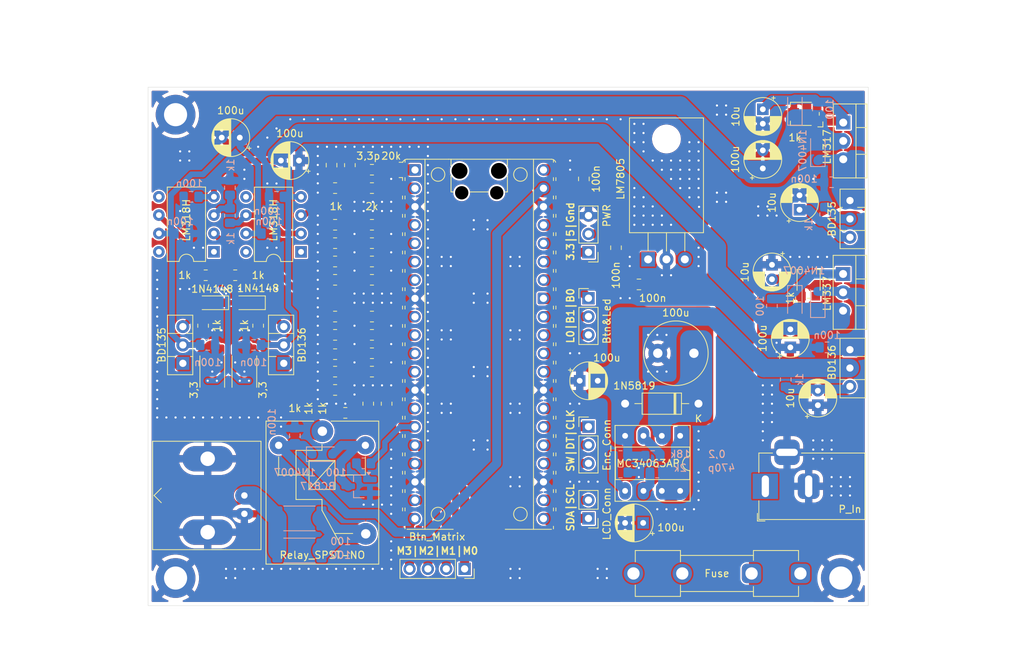
<source format=kicad_pcb>
(kicad_pcb (version 20240108) (generator "pcbnew") (generator_version "8.0")
  (layers (0 "F.Cu" signal) (31 "B.Cu" signal) (34 "B.Paste" user) (35 "F.Paste" user) (36 "B.SilkS" user "B.Silkscreen") (37 "F.SilkS" user "F.Silkscreen") (38 "B.Mask" user) (39 "F.Mask" user) (44 "Edge.Cuts" user))
  (net 0 "")
  (net 1 "GND")
  (net 2 "-12V")
  (net 3 "+12V")
  (net 4 "+5V")
  (net 5 "-10V")
  (net 6 "+10V")
  (net 7 "/Output Stage/DAC_OUT")
  (net 8 "Net-(D3-A)")
  (net 9 "Net-(J2-In)")
  (net 10 "+3V3")
  (net 11 "Net-(F1-Pad1)")
  (net 12 "/LCD.SDA")
  (net 13 "/LCD.SCL")
  (net 14 "/ENC.CLK")
  (net 15 "/ENC.SW")
  (net 16 "/ENC.DT")
  (net 17 "/UI.OUT1")
  (net 18 "/UI.OUT0")
  (net 19 "/UI.IN0")
  (net 20 "/DAC8")
  (net 21 "/DAC9")
  (net 22 "Net-(Q1-B)")
  (net 23 "Net-(Q2-B)")
  (net 24 "/MUX3")
  (net 26 "/MUX0")
  (net 27 "/DAC0")
  (net 28 "/DAC1")
  (net 29 "Net-(R14-Pad1)")
  (net 30 "Net-(R15-Pad1)")
  (net 31 "/DAC2")
  (net 32 "Net-(R16-Pad1)")
  (net 33 "/DAC3")
  (net 34 "/DAC4")
  (net 35 "Net-(R17-Pad1)")
  (net 36 "Net-(R18-Pad1)")
  (net 37 "/DAC5")
  (net 38 "Net-(R19-Pad1)")
  (net 39 "/DAC6")
  (net 40 "/DAC7")
  (net 41 "Net-(D5-A)")
  (net 42 "/MUX1")
  (net 45 "/MUX2")
  (net 49 "Net-(U2-TC)")
  (net 50 "Net-(D4-K)")
  (net 51 "Net-(U2-DC)")
  (net 52 "Net-(U2-Vfb)")
  (net 53 "Net-(D6-K)")
  (net 54 "Net-(R11-Pad1)")
  (net 55 "Net-(R12-Pad1)")
  (net 56 "Net-(R13-Pad1)")
  (net 57 "Net-(U6--)")
  (net 58 "Net-(D2-K)")
  (net 62 "Net-(D7-A)")
  (net 63 "Net-(D8-K)")
  (net 72 "Net-(D8-A)")
  (net 73 "Net-(D9-K)")
  (net 74 "Net-(Q4-E)")
  (net 75 "Net-(Q5-E)")
  (net 76 "Net-(Q6-B)")
  (net 77 "Net-(R30-Pad1)")
  (net 78 "/Output Stage/OUT_EN")
  (net 79 "Net-(U7--)")
  (net 80 "/Output Stage/AMP_OUT")
  (net 81 "Net-(U7-+)")
  (net 85 "/Output Stage/3.3Sig")
  (net 86 "Net-(K1-Pad14)")
  (footprint "Resistor_SMD:R_0805_2012Metric_Pad1.20x1.40mm_HandSolder" (layer "F.Cu") (at 137.652 71.12 180)
    (property "Reference" "R28" (hide yes))
    (property "Value" "1k" (hide yes))
  )
  (footprint "Resistor_SMD:R_0805_2012Metric_Pad1.20x1.40mm_HandSolder" (layer "F.Cu") (at 119.745 57.785)
    (property "Reference" "R41" (hide yes))
    (property "Value" "1k")
  )
  (footprint "Resistor_SMD:R_2512_6332Metric_Pad1.40x3.35mm_HandSolder" (layer "F.Cu") (at 125.095 71.12 -90)
    (property "Reference" "R43" (hide yes))
    (property "Value" "3,3")
  )
  (footprint "Capacitor_THT:CP_Radial_D5.0mm_P2.50mm" (layer "F.Cu") (at 171.504887 72.39)
    (property "Reference" "C6" (hide yes))
    (property "Value" "100u")
  )
  (footprint "Capacitor_SMD:C_0805_2012Metric_Pad1.18x1.45mm_HandSolder" (layer "F.Cu") (at 137.16 42.545 90)
    (property "Reference" "C15" (hide yes))
    (property "Value" "3,3p")
  )
  (footprint "Resistor_SMD:R_0805_2012Metric_Pad1.20x1.40mm_HandSolder" (layer "F.Cu") (at 137.652 45.72 180)
    (property "Reference" "R20" (hide yes))
    (property "Value" "1k")
  )
  (footprint "Package_TO_SOT_THT:TO-126-3_Vertical" (layer "F.Cu") (at 116.58 69.975 90)
    (property "Reference" "Q4" (hide yes))
    (property "Value" "BD135")
  )
  (footprint "Connector_PinSocket_2.54mm:PinSocket_1x04_P2.54mm_Vertical" (layer "F.Cu") (at 155.575 98.425 -90)
    (property "Reference" "J3" (hide yes))
    (property "Value" "Btn_Matrix")
  )
  (footprint "Package_DIP:DIP-8_W7.62mm" (layer "F.Cu") (at 132.9375 54.5498 180)
    (property "Reference" "U6" (hide yes))
    (property "Value" "LM318H")
  )
  (footprint "Resistor_SMD:R_0805_2012Metric_Pad1.20x1.40mm_HandSolder" (layer "F.Cu") (at 137.652 50.8 180)
    (property "Reference" "R21" (hide yes))
    (property "Value" "1k" (hide yes))
  )
  (footprint "Resistor_SMD:R_0805_2012Metric_Pad1.20x1.40mm_HandSolder" (layer "F.Cu") (at 142.748 50.8)
    (property "Reference" "R12" (hide yes))
    (property "Value" "2k" (hide yes))
  )
  (footprint "Connector_PinHeader_2.54mm:PinHeader_1x03_P2.54mm_Vertical" (layer "F.Cu") (at 172.72 78.74)
    (property "Reference" "J5" (hide yes))
    (property "Value" "Enc_Conn")
  )
  (footprint "Connector_PinHeader_2.54mm:PinHeader_1x03_P2.54mm_Vertical" (layer "F.Cu") (at 172.72 60.96)
    (property "Reference" "J6" (hide yes))
    (property "Value" "Btn&Led")
  )
  (footprint "Module_RaspberryPi_Pico:RaspberryPi_Pico_Common" (layer "F.Cu") (at 157.6 67.3375)
    (property "Reference" "U1" (hide yes))
    (property "Value" "RaspberryPi_Pico")
  )
  (footprint "Resistor_SMD:R_0805_2012Metric_Pad1.20x1.40mm_HandSolder" (layer "F.Cu") (at 137.652 55.88 180)
    (property "Reference" "R23" (hide yes))
    (property "Value" "1k" (hide yes))
  )
  (footprint "Package_TO_SOT_THT:TO-220-3_Horizontal_TabDown" (layer "F.Cu") (at 180.975 55.585)
    (property "Reference" "U3" (hide yes))
    (property "Value" "LM7805")
  )
  (footprint "Package_TO_SOT_THT:TO-126-3_Vertical" (layer "F.Cu") (at 208.915 47.447556 -90)
    (property "Reference" "Q1" (hide yes))
    (property "Value" "BD135")
  )
  (footprint "MountingHole:MountingHole_3.2mm_M3_ISO14580_Pad" (layer "F.Cu") (at 115.57 35.56)
    (property "Reference" "REF**" (hide yes))
    (property "Value" "MountingHole_3.2mm_M3_ISO14580_Pad")
  )
  (footprint "Capacitor_SMD:C_0805_2012Metric_Pad1.18x1.45mm_HandSolder" (layer "F.Cu") (at 176.53 53.975 -90)
    (property "Reference" "C5" (hide yes))
    (property "Value" "100n")
  )
  (footprint "MountingHole:MountingHole_3.2mm_M3_ISO14580_Pad" (layer "F.Cu") (at 115.57 99.695)
    (property "Reference" "REF**" (hide yes))
    (property "Value" "MountingHole_3.2mm_M3_ISO14580_Pad")
  )
  (footprint "Resistor_SMD:R_0805_2012Metric_Pad1.20x1.40mm_HandSolder" (layer "F.Cu") (at 142.24 75.565 -90)
    (property "Reference" "R31" (hide yes))
    (property "Value" "1k")
  )
  (footprint "Connector_PinHeader_2.54mm:PinHeader_1x03_P2.54mm_Vertical" (layer "F.Cu") (at 172.72 54.61 180)
    (property "Reference" "J7" (hide yes))
    (property "Value" "PWR")
  )
  (footprint "Diode_THT:D_DO-41_SOD81_P10.16mm_Horizontal" (layer "F.Cu") (at 187.95 75.555 180)
    (property "Reference" "D2" (hide yes))
    (property "Value" "1N5819")
  )
  (footprint "Capacitor_THT:CP_Radial_D5.0mm_P2.50mm" (layer "F.Cu") (at 124.46 38.735 180)
    (property "Reference" "C22" (hide yes))
    (property "Value" "100u")
  )
  (footprint "Diode_SMD:Nexperia_CFP3_SOD-123W" (layer "F.Cu") (at 125.73 61.595 180)
    (property "Reference" "D9" (hide yes))
    (property "Value" "1N4148")
  )
  (footprint "Capacitor_THT:CP_Radial_D5.0mm_P2.00mm" (layer "F.Cu") (at 201.93 48.717556 90)
    (property "Reference" "C7" (hide yes))
    (property "Value" "10u")
  )
  (footprint "Resistor_SMD:R_0805_2012Metric_Pad1.20x1.40mm_HandSolder" (layer "F.Cu") (at 142.748 63.5)
    (property "Reference" "R16" (hide yes))
    (property "Value" "2k" (hide yes))
  )
  (footprint "Diode_SMD:Nexperia_CFP3_SOD-123W" (layer "F.Cu") (at 120.65 61.595 180)
    (property "Reference" "D8" (hide yes))
    (property "Value" "1N4148")
  )
  (footprint "Resistor_SMD:R_0805_2012Metric_Pad1.20x1.40mm_HandSolder" (layer "F.Cu") (at 119.38 64.77 -90)
    (property "Reference" "R39" (hide yes))
    (property "Value" "1k")
  )
  (footprint "Fuse:Fuseholder_Clip-5x20mm_Keystone_3517_Inline_P23.11x6.76mm_D1.70mm_Horizontal" (layer "F.Cu") (at 202.055 99.06 180)
    (property "Reference" "F1" (hide yes))
    (property "Value" "Fuse")
  )
  (footprint "Resistor_SMD:R_0805_2012Metric_Pad1.20x1.40mm_HandSolder" (layer "F.Cu") (at 144.78 75.565 -90)
    (property "Reference" "R30" (hide yes))
    (property "Value" "1k")
  )
  (footprint "Resistor_SMD:R_0805_2012Metric_Pad1.20x1.40mm_HandSolder" (layer "F.Cu") (at 142.748 53.34)
    (property "Reference" "R13" (hide yes))
    (property "Value" "2k" (hide yes))
  )
  (footprint "Resistor_SMD:R_0805_2012Metric_Pad1.20x1.40mm_HandSolder" (layer "F.Cu") (at 142.748 55.88)
    (property "Reference" "R14" (hide yes))
    (property "Value" "2k" (hide yes))
  )
  (footprint "Resistor_SMD:R_0805_2012Metric_Pad1.20x1.40mm_HandSolder" (layer "F.Cu") (at 139.7 42.545 -90)
    (property "Reference" "R32" (hide yes))
    (property "Value" "20k")
  )
  (footprint "Connector_Coaxial:BNC_Amphenol_B6252HB-NPP3G-50_Horizontal" (layer "F.Cu") (at 125.095 88.265 90)
    (property "Reference" "J2" (hide yes))
    (property "Value" "Conn_Coaxial")
  )
  (footprint "Package_TO_SOT_THT:TO-220-3_Vertical" (layer "F.Cu") (at 207.9625 57.607556 -90)
    (property "Reference" "U5" (hide yes))
    (property "Value" "LM337")
  )
  (footprint "Package_TO_SOT_THT:TO-220-3_Vertical" (layer "F.Cu") (at 207.985 36.652556 -90)
    (property "Reference" "U4" (hide yes))
    (property "Value" "LM317")
  )
  (footprint "Resistor_SMD:R_0805_2012Metric_Pad1.20x1.40mm_HandSolder" (layer "F.Cu") (at 127 64.77 90)
    (property "Reference" "R40" (hide yes))
    (property "Value" "1k")
  )
  (footprint "Potentiometer_SMD:Potentiometer_Bourns_TC33X_Vertical" (layer "F.Cu") (at 202.565 35.446056 180)
    (property "Reference" "R6" (hide yes))
    (property "Value" "1k")
  )
  (footprint "Connector_BarrelJack:BarrelJack_Horizontal" (layer "F.Cu") (at 197.2 86.995 180)
    (property "Reference" "J1" (hide yes))
    (property "Value" "P_In")
  )
  (footprint "Capacitor_THT:CP_Radial_D5.0mm_P2.00mm" (layer "F.Cu") (at 204.47 75.772556 90)
    (property "Reference" "C8" (hide yes))
    (property "Value" "10u")
  )
  (footprint "Capacitor_SMD:C_0805_2012Metric_Pad1.18x1.45mm_HandSolder" (layer "F.Cu") (at 172.085 44.45 90)
    (property "Reference" "C1" (hide yes))
    (property "Value" "100n")
  )
  (footprint "Capacitor_THT:CP_Radial_D5.0mm_P2.50mm" (layer "F.Cu") (at 132.650113 41.91 180)
    (property "Reference" "C23" (hide yes))
    (property "Value" "100u")
  )
  (footprint "Resistor_SMD:R_0805_2012Metric_Pad1.20x1.40mm_HandSolder" (layer "F.Cu") (at 142.748 68.58)
    (property "Reference" "R18" (hide yes))
    (property "Value" "2k" (hide yes))
  )
  (footprint "Package_DIP:DIP-8_W7.62mm_Socket_LongPads" (layer "F.Cu") (at 185.41 80.01 -90)
    (property "Reference" "U2" (hide yes))
    (property "Value" "MC34063AP")
  )
  (footprint "Capacitor_THT:CP_Radial_D5.0mm_P2.50mm" (layer "F.Cu") (at 196.85 43.001169 90)
    (property "Reference" "C13" (hide yes))
    (property "Value" "100u")
  )
  (footprint "Resistor_SMD:R_0805_2012Metric_Pad1.20x1.40mm_HandSolder" (layer "F.Cu") (at 137.652 53.34 180)
    (property "Reference" "R22" (hide yes))
    (property "Value" "1k" (hide yes))
  )
  (footprint "Package_TO_SOT_THT:TO-126-3_Vertical" (layer "F.Cu") (at 130.55 69.975 90)
    (property "Reference" "Q5" (hide yes))
    (property "Value" "BD136")
  )
  (footprint "Capacitor_THT:CP_Radial_D5.0mm_P2.50mm" (layer "F.Cu") (at 180.29 92.065 180)
    (property "Reference" "C2" (hide yes))
    (property "Value" "100u")
  )
  (footprint "Resistor_SMD:R_0805_2012Metric_Pad1.20x1.40mm_HandSolder" (layer "F.Cu") (at 137.652 73.66 180)
    (property "Reference" "R29" (hide yes))
    (property "Value" "1k" (hide yes))
  )
  (footprint "Resistor_SMD:R_0805_2012Metric_Pad1.20x1.40mm_HandSolder" (layer "F.Cu") (at 137.652 58.42 180)
    (property "Reference" "R24" (hide yes))
    (property "Value" "1k" (hide yes))
  )
  (footprint "Capacitor_SMD:C_0805_2012Metric_Pad1.18x1.45mm_HandSolder" (layer "F.Cu") (at 179.705 59.055 180)
    (property "Reference" "C4" (hide yes))
    (property "Value" "100n")
  )
  (footprint "Resistor_SMD:R_0805_2012Metric_Pad1.20x1.40mm_HandSolder" (layer "F.Cu") (at 142.748 45.72)
    (property "Reference" "R11" (hide yes))
    (property "Value" "2k")
  )
  (footprint "Package_DIP:DIP-8_W7.62mm" (layer "F.Cu") (at 120.8825 54.5398 180)
    (property "Reference" "U7" (hide yes))
    (property "Value" "LM318H")
  )
  (footprint "Connector_PinHeader_2.54mm:PinHeader_1x02_P2.54mm_Vertical" (layer "F.Cu") (at 172.72 91.44 180)
    (property "Reference" "J4" (hide yes))
    (property "Value" "LCD_Conn")
  )
  (footprint "Resistor_SMD:R_2512_6332Metric_Pad1.40x3.35mm_HandSolder" (layer "F.Cu") (at 120.65 71.12 90)
    (property "Reference" "R42" (hide yes))
    (property "Value" "3,3")
  )
  (footprint "Resistor_SMD:R_0805_2012Metric_Pad1.20x1.40mm_HandSolder" (layer "F.Cu") (at 142.748 58.42)
    (property "Reference" "R15" (hide yes))
    (property "Value" "2k" (hide yes))
  )
  (footprint "Resistor_SMD:R_0805_2012Metric_Pad1.20x1.40mm_HandSolder" (layer "F.Cu") (at 142.748 71.12)
    (property "Reference" "R19" (hide yes))
    (property "Value" "2k" (hide yes))
  )
  (footprint "MountingHole:MountingHole_3.2mm_M3_ISO14580_Pad" (layer "F.Cu") (at 207.645 99.695)
    (property "Reference" "REF**" (hide yes))
    (property "Value" "MountingHole_3.2mm_M3_ISO14580_Pad")
  )
  (footprint "Capacitor_THT:CP_Radial_D5.0mm_P2.00mm" (layer "F.Cu") (at 198.12 56.337556 -90)
    (property "Reference" "C12" (hide yes))
    (property "Value" "10u")
  )
  (footprint "Inductor_THT:L_Radial_D8.7mm_P5.00mm_Fastron_07HCP" (layer "F.Cu") (at 187.315 68.58 180)
    (property "Reference" "L1" (hide yes))
    (property "Value" "100u")
  )
  (footprint "Relay_THT:Relay_SPST_SANYOU_SRD_Series_Form_B" (layer "F.Cu") (at 135.89 79.375 -90)
    (property "Reference" "K1" (hide yes))
    (property "Value" "Relay_SPST-NO")
  )
  (footprint "Resistor_SMD:R_0805_2012Metric_Pad1.20x1.40mm_HandSolder" (layer "F.Cu") (at 123.825 57.785 180)
    (property "Reference" "R38" (hide yes))
    (property "Value" "1k")
  )
  (footprint "Capacitor_THT:CP_Radial_D5.0mm_P2.00mm" (layer "F.Cu") (at 196.85 34.811056 -90)
    (property "Reference" "C11" (hide yes))
    (property "Value" "10u")
  )
  (footprint "Resistor_SMD:R_0805_2012Metric_Pad1.20x1.40mm_HandSolder" (layer "F.Cu") (at 137.652 66.04 180)
    (property "Reference" "R26" (hide yes))
    (property "Value" "1k" (hide yes))
  )
  (footprint "Resistor_SMD:R_0805_2012Metric_Pad1.20x1.40mm_HandSolder" (layer "F.Cu") (at 142.748 43.18)
    (property "Reference" "R10" (hide yes))
    (property "Value" "2k" (hide yes))
  )
  (footprint "Resistor_SMD:R_0805_2012Metric_Pad1.20x1.40mm_HandSolder" (layer "F.Cu") (at 137.652 68.707 180)
    (property "Reference" "R27" (hide yes))
    (property "Value" "1k" (hide yes))
  )
  (footprint "Resistor_SMD:R_0805_2012Metric_Pad1.20x1.40mm_HandSolder" (layer "F.Cu") (at 142.748 66.04)
    (property "Reference" "R17" (hide yes))
    (property "Value" "2k" (hide yes))
  )
  (footprint "Capacitor_THT:CP_Radial_D5.0mm_P2.50mm" (layer "F.Cu") (at 200.66 67.767556 90)
    (property "Reference" "C14" (hide yes))
    (property "Value" "100u")
  )
  (footprint "Package_TO_SOT_THT:TO-126-3_Vertical" (layer "F.Cu") (at 208.9075 68.085056 -90)
    (property "Reference" "Q2" (hide yes))
    (property "Value" "BD136")
  )
  (footprint "Resistor_SMD:R_0805_2012Metric_Pad1.20x1.40mm_HandSolder" (layer "F.Cu") (at 137.652 63.5 180)
    (property "Reference" "R25" (hide yes))
    (property "Value" "1k" (hide yes))
  )
  (footprint "Potentiometer_SMD:Potentiometer_Bourns_TC33X_Vertical" (layer "F.Cu") (at 203.1925 58.877556 90)
    (property "Reference" "R7" (hide yes))
    (property "Value" "1k")
  )
  (footprint "Resistor_SMD:R_0805_2012Metric_Pad1.20x1.40mm_HandSolder" (layer "F.Cu") (at 139.065 76.835)
    (property "Reference" "R34" (hide yes))
    (property "Value" "1k")
  )
  (footprint "Resistor_SMD:R_0805_2012Metric_Pad1.20x1.40mm_HandSolder" (layer "B.Cu") (at 200.025 72.212556 -90)
    (property "Reference" "R5" (hide yes))
    (property "Value" "1k")
  )
  (footprint "Capacitor_SMD:C_0805_2012Metric_Pad1.18x1.45mm_HandSolder" (layer "B.Cu") (at 117.7175 46.9298)
    (property "Reference" "C21" (hide yes))
    (property "Value" "100n")
  )
  (footprint "Capacitor_SMD:C_0805_2012Metric_Pad1.18x1.45mm_HandSolder" (layer "B.Cu") (at 132.08 80.01 90)
    (property "Reference" "C24" (hide yes))
    (property "Value" "100n")
  )
  (footprint "Package_TO_SOT_SMD:SOT-23_Handsoldering" (layer "B.Cu") (at 140.97 86.995 180)
    (property "Reference" "Q6" (hide yes))
    (property "Value" "BC817")
  )
  (footprint "Resistor_SMD:R_2512_6332Metric_Pad1.40x3.35mm_HandSolder" (layer "B.Cu") (at 132.715 95.885)
    (property "Reference" "R36" (hide yes))
    (property "Value" "100")
  )
  (footprint "Resistor_SMD:R_0805_2012Metric_Pad1.20x1.40mm_HandSolder" (layer "B.Cu") (at 198.1125 62.052556 90)
    (property "Reference" "R9" (hide yes))
    (property "Value" "100")
  )
  (footprint "Capacitor_SMD:C_0805_2012Metric_Pad1.18x1.45mm_HandSolder" (layer "B.Cu") (at 116.4475 52.0098)
    (property "Reference" "C20" (hide yes))
    (property "Value" "100n")
  )
  (footprint "Resistor_SMD:R_2512_6332Metric_Pad1.40x3.35mm_HandSolder" (layer "B.Cu") (at 132.715 91.44)
    (property "Reference" "R35" (hide yes))
    (property "Value" "100")
  )
  (footprint "Diode_SMD:D_SOD-123F" (layer "B.Cu") (at 204.4625 61.417556 90)
    (property "Reference" "D3" (hide yes))
    (property "Value" "1N4007")
  )
  (footprint "Diode_SMD:D_SOD-123F" (layer "B.Cu") (at 204.47 40.526056 90)
    (property "Reference" "D4" (hide yes))
    (property "Value" "1N4007")
  )
  (footprint "Capacitor_SMD:C_0805_2012Metric_Pad1.18x1.45mm_HandSolder" (layer "B.Cu") (at 205.74 67.767556)
    (property "Reference" "C10" (hide yes))
    (property "Value" "100n")
  )
  (footprint "Capacitor_SMD:C_0805_2012Metric_Pad1.18x1.45mm_HandSolder" (layer "B.Cu") (at 206.375 44.907556 180)
    (property "Reference" "C9" (hide yes))
    (property "Value" "100n")
  )
  (footprint "Resistor_SMD:R_0805_2012Metric_Pad1.20x1.40mm_HandSolder" (layer "B.Cu") (at 177.165 85.08)
    (property "Reference" "R3" (hide yes))
    (property "Value" "18k")
  )
  (footprint "Diode_SMD:D_SOD-123F" (layer "B.Cu") (at 201.295 34.811056 90)
    (property "Reference" "D5" (hide yes))
    (property "Value" "1N4007" (hide yes))
  )
  (footprint "Resistor_SMD:R_0805_2012Metric_Pad1.20x1.40mm_HandSolder" (layer "B.Cu") (at 123.0923 49.53 -90)
    (property "Reference" "R37" (hide yes))
    (property "Value" "1k")
  )
  (footprint "Resistor_SMD:R_0805_2012Metric_Pad1.20x1.40mm_HandSolder" (layer "B.Cu") (at 205.48 49.352556 -90)
    (property "Reference" "R4" (hide yes))
    (property "Value" "1k")
  )
  (footprint "Resistor_SMD:R_0805_2012Metric_Pad1.20x1.40mm_HandSolder" (layer "B.Cu") (at 182.235 85.08)
    (property "Reference" "R1" (hide yes))
    (property "Value" "0,2")
  )
  (footprint "Resistor_SMD:R_0805_2012Metric_Pad1.20x1.40mm_HandSolder" (layer "B.Cu") (at 141.605 83.82 180)
    (property "Reference" "R33" (hide yes))
    (property "Value" "100")
  )
  (footprint "Diode_SMD:D_SOD-123F" (layer "B.Cu") (at 201.2875 61.417556 -90)
    (property "Reference" "D6" (hide yes))
    (property "Value" "1N4007" (hide yes))
  )
  (footprint "Capacitor_SMD:C_0805_2012Metric_Pad1.18x1.45mm_HandSolder" (layer "B.Cu") (at 126.365 67.435)
    (property "Reference" "C19" (hide yes))
    (property "Value" "100n")
  )
  (footprint "Capacitor_SMD:C_0805_2012Metric_Pad1.18x1.45mm_HandSolder" (layer "B.Cu") (at 181.6 82.81 180)
    (property "Reference" "C3" (hide yes))
    (property "Value" "470p")
  )
  (footprint "Diode_SMD:D_SOD-123F" (layer "B.Cu") (at 135.89 82.55)
    (property "Reference" "D7" (hide yes))
    (property "Value" "1N4007")
  )
  (footprint "Resistor_SMD:R_0805_2012Metric_Pad1.20x1.40mm_HandSolder" (layer "B.Cu") (at 177.155 82.81 180)
    (property "Reference" "R2" (hide yes))
    (property "Value" "2k")
  )
  (footprint "Capacitor_SMD:C_0805_2012Metric_Pad1.18x1.45mm_HandSolder" (layer "B.Cu") (at 120.015 67.435)
    (property "Reference" "C18" (hide yes))
    (property "Value" "100n")
  )
  (footprint "Capacitor_SMD:C_0805_2012Metric_Pad1.18x1.45mm_HandSolder" (layer "B.Cu") (at 128.5025 52.0098)
    (property "Reference" "C16" (hide yes))
    (property "Value" "100n")
  )
  (footprint "Capacitor_SMD:C_0805_2012Metric_Pad1.18x1.45mm_HandSolder" (layer "B.Cu") (at 129.54 46.9298)
    (property "Reference" "C17" (hide yes))
    (property "Value" "100n")
  )
  (footprint "Resistor_SMD:R_0805_2012Metric_Pad1.20x1.40mm_HandSolder" (layer "B.Cu") (at 204.47 34.811056 -90)
    (property "Reference" "R8" (hide yes))
    (property "Value" "100")
  )
  (footprint "Resistor_SMD:R_0805_2012Metric_Pad1.20x1.40mm_HandSolder" (layer "B.Cu") (at 123.0923 45.6692 -90)
    (property "Reference" "R44" (hide yes))
    (property "Value" "1k")
  )
  (gr_rect (start 111.76 31.75) (end 211.455 103.505) (stroke (width 0.05)) (fill none) (layer "Edge.Cuts"))
  (gr_text "SDA|SCL" (at 170.815 93.345 90) (layer "F.SilkS") (effects (font (size 1 1) (thickness 0.2) (bold yes)) (justify left bottom)))
  (gr_text "SW|DT|CLK" (at 170.815 85.09 90) (layer "F.SilkS") (effects (font (size 1 1) (thickness 0.2) (bold yes)) (justify left bottom)))
  (gr_text "M3|M2|M1|M0" (at 146.05 96.52 0) (layer "F.SilkS") (effects (font (size 1 1) (thickness 0.2) (bold yes)) (justify left bottom)))
  (gr_text "3.3|5|Gnd" (at 170.815 55.88 90) (layer "F.SilkS") (effects (font (size 1 1) (thickness 0.2) (bold yes)) (justify left bottom)))
  (gr_text "L0|B1|B0" (at 170.815 67.31 90) (layer "F.SilkS") (effects (font (size 1 1) (thickness 0.2) (bold yes)) (justify left bottom)))
  (via (at 186.69 39.37) (size 0.6) (drill 0.3) (layers "F.Cu" "B.Cu") (net 1))
  (via (at 178.435 56.515) (size 0.6) (drill 0.3) (layers "F.Cu" "B.Cu") (net 1))
  (via (at 163.195 86.995) (size 0.6) (drill 0.3) (layers "F.Cu" "B.Cu") (net 1))
  (via (at 175.26 98.425) (size 0.6) (drill 0.3) (layers "F.Cu" "B.Cu") (net 1))
  (via (at 161.925 75.565) (size 0.6) (drill 0.3) (layers "F.Cu" "B.Cu") (net 1))
  (via (at 161.925 66.675) (size 0.6) (drill 0.3) (layers "F.Cu" "B.Cu") (net 1))
  (via (at 137.795 98.425) (size 0.6) (drill 0.3) (layers "F.Cu" "B.Cu") (net 1))
  (via (at 145.415 40.005) (size 0.6) (drill 0.3) (layers "F.Cu" "B.Cu") (net 1))
  (via (at 144.145 73.025) (size 0.6) (drill 0.3) (layers "F.Cu" "B.Cu") (net 1))
  (via (at 161.925 36.195) (size 0.6) (drill 0.3) (layers "F.Cu" "B.Cu") (net 1))
  (via (at 135.255 63.5) (size 0.6) (drill 0.3) (layers "F.Cu" "B.Cu") (net 1))
  (via (at 158.75 60.325) (size 0.6) (drill 0.3) (layers "F.Cu" "B.Cu") (net 1))
  (via (at 206.375 85.725) (size 0.6) (drill 0.3) (layers "F.Cu" "B.Cu") (net 1))
  (via (at 161.925 55.245) (size 0.6) (drill 0.3) (layers "F.Cu" "B.Cu") (net 1))
  (via (at 124.46 65.405) (size 0.6) (drill 0.3) (layers "F.Cu" "B.Cu") (net 1))
  (via (at 142.875 98.425) (size 0.6) (drill 0.3) (layers "F.Cu" "B.Cu") (net 1))
  (via (at 175.26 99.695) (size 0.6) (drill 0.3) (layers "F.Cu" "B.Cu") (net 1))
  (via (at 204.47 55.245) (size 0.6) (drill 0.3) (layers "F.Cu" "B.Cu") (net 1))
  (via (at 171.45 75.565) (size 0.6) (drill 0.3) (layers "F.Cu" "B.Cu") (net 1))
  (via (at 156.845 81.915) (size 0.6) (drill 0.3) (layers "F.Cu" "B.Cu") (net 1))
  (via (at 117.475 59.69) (size 0.6) (drill 0.3) (layers "F.Cu" "B.Cu") (net 1))
  (via (at 181.61 48.26) (size 0.6) (drill 0.3) (layers "F.Cu" "B.Cu") (net 1))
  (via (at 113.03 77.47) (size 0.6) (drill 0.3) (layers "F.Cu" "B.Cu") (net 1))
  (via (at 150.495 45.085) (size 0.6) (drill 0.3) (layers "F.Cu" "B.Cu") (net 1))
  (via (at 186.69 46.99) (size 0.6) (drill 0.3) (layers "F.Cu" "B.Cu") (net 1))
  (via (at 190.5 35.56) (size 0.6) (drill 0.3) (layers "F.Cu" "B.Cu") (net 1))
  (via (at 145.415 69.85) (size 0.6) (drill 0.3) (layers "F.Cu" "B.Cu") (net 1))
  (via (at 141.605 98.425) (size 0.6) (drill 0.3) (layers "F.Cu" "B.Cu") (net 1))
  (via (at 117.475 41.91) (size 0.6) (drill 0.3) (layers "F.Cu" "B.Cu") (net 1))
  (via (at 123.825 69.85) (size 0.6) (drill 0.3) (layers "F.Cu" "B.Cu") (net 1))
  (via (at 180.34 48.26) (size 0.6) (drill 0.3) (layers "F.Cu" "B.Cu") (net 1))
  (via (at 119.38 53.975) (size 0.6) (drill 0.3) (layers "F.Cu" "B.Cu") (net 1))
  (via (at 185.42 41.91) (size 0.6) (drill 0.3) (layers "F.Cu" "B.Cu") (net 1))
  (via (at 145.415 64.77) (size 0.6) (drill 0.3) (layers "F.Cu" "B.Cu") (net 1))
  (via (at 150.495 57.785) (size 0.6) (drill 0.3) (layers "F.Cu" "B.Cu") (net 1))
  (via (at 182.88 49.53) (size 0.6) (drill 0.3) (layers "F.Cu" "B.Cu") (net 1))
  (via (at 135.255 69.85) (size 0.6) (drill 0.3) (layers "F.Cu" "B.Cu") (net 1))
  (via (at 150.495 43.815) (size 0.6) (drill 0.3) (layers "F.Cu" "B.Cu") (net 1))
  (via (at 198.12 75.565) (size 0.6) (drill 0.3) (layers "F.Cu" "B.Cu") (net 1))
  (via (at 203.835 44.45) (size 0.6) (drill 0.3) (layers "F.Cu" "B.Cu") (net 1))
  (via (at 135.255 54.61) (size 0.6) (drill 0.3) (layers "F.Cu" "B.Cu") (net 1))
  (via (at 122.555 99.695) (size 0.6) (drill 0.3) (layers "F.Cu" "B.Cu") (net 1))
  (via (at 191.77 35.56) (size 0.6) (drill 0.3) (layers "F.Cu" "B.Cu") (net 1))
  (via (at 130.175 98.425) (size 0.6) (drill 0.3) (layers "F.Cu" "B.Cu") (net 1))
  (via (at 187.96 79.375) (size 0.6) (drill 0.3) (layers "F.Cu" "B.Cu") (net 1))
  (via (at 144.145 60.325) (size 0.6) (drill 0.3) (layers "F.Cu" "B.Cu") (net 1))
  (via (at 150.495 76.835) (size 0.6) (drill 0.3) (layers "F.Cu" "B.Cu") (net 1))
  (via (at 129.54 45.085) (size 0.6) (drill 0.3) (layers "F.Cu" "B.Cu") (net 1))
  (via (at 133.35 36.195) (size 0.6) (drill 0.3) (layers "F.Cu" "B.Cu") (net 1))
  (via (at 140.335 74.295) (size 0.6) (drill 0.3) (layers "F.Cu" "B.Cu") (net 1))
  (via (at 120.65 77.47) (size 0.6) (drill 0.3) (layers "F.Cu" "B.Cu") (net 1))
  (via (at 113.03 60.96) (size 0.6) (drill 0.3) (layers "F.Cu" "B.Cu") (net 1))
  (via (at 126.365 98.425) (size 0.6) (drill 0.3) (layers "F.Cu" "B.Cu") (net 1))
  (via (at 150.495 52.705) (size 0.6) (drill 0.3) (layers "F.Cu" "B.Cu") (net 1))
  (via (at 145.415 48.895) (size 0.6) (drill 0.3) (layers "F.Cu" "B.Cu") (net 1))
  (via (at 150.495 79.375) (size 0.6) (drill 0.3) (layers "F.Cu" "B.Cu") (net 1))
  (via (at 161.925 65.405) (size 0.6) (drill 0.3) (layers "F.Cu" "B.Cu") (net 1))
  (via (at 169.545 36.195) (size 0.6) (drill 0.3) (layers "F.Cu" "B.Cu") (net 1))
  (via (at 142.875 48.895) (size 0.6) (drill 0.3) (layers "F.Cu" "B.Cu") (net 1))
  (via (at 187.96 39.37) (size 0.6) (drill 0.3) (layers "F.Cu" "B.Cu") (net 1))
  (via (at 135.255 57.15) (size 0.6) (drill 0.3) (layers "F.Cu" "B.Cu") (net 1))
  (via (at 135.255 43.7896) (size 0.6) (drill 0.3) (layers "F.Cu" "B.Cu") (net 1))
  (via (at 137.16 36.195) (size 0.6) (drill 0.3) (layers "F.Cu" "B.Cu") (net 1))
  (via (at 145.415 73.025) (size 0.6) (drill 0.3) (layers "F.Cu" "B.Cu") (net 1))
  (via (at 135.255 73.66) (size 0.6) (drill 0.3) (layers "F.Cu" "B.Cu") (net 1))
  (via (at 115.57 77.47) (size 0.6) (drill 0.3) (layers "F.Cu" "B.Cu") (net 1))
  (via (at 181.61 41.91) (size 0.6) (drill 0.3) (layers "F.Cu" "B.Cu") (net 1))
  (via (at 186.69 44.45) (size 0.6) (drill 0.3) (layers "F.Cu" "B.Cu") (net 1))
  (via (at 150.495 69.215) (size 0.6) (drill 0.3) (layers "F.Cu" "B.Cu") (net 1))
  (via (at 113.03 67.31) (size 0.6) (drill 0.3) (layers "F.Cu" "B.Cu") (net 1))
  (via (at 185.42 45.72) (size 0.6) (drill 0.3) (layers "F.Cu" "B.Cu") (net 1))
  (via (at 125.095 71.12) (size 0.6) (drill 0.3) (layers "F.Cu" "B.Cu") (net 1))
  (via (at 152.4 36.195) (size 0.6) (drill 0.3) (layers "F.Cu" "B.Cu") (net 1))
  (via (at 145.415 85.725) (size 0.6) (drill 0.3) (layers "F.Cu" "B.Cu") (net 1))
  (via (at 145.415 67.31) (size 0.6) (drill 0.3) (layers "F.Cu" "B.Cu") (net 1))
  (via (at 140.335 73.025) (size 0.6) (drill 0.3) (layers "F.Cu" "B.Cu") (net 1))
  (via (at 135.255 68.58) (size 0.6) (drill 0.3) (layers "F.Cu" "B.Cu") (net 1))
  (via (at 124.46 59.69) (size 0.6) (drill 0.3) (layers "F.Cu" "B.Cu") (net 1))
  (via (at 203.835 81.915) (size 0.6) (drill 0.3) (layers "F.Cu" "B.Cu") (net 1))
  (via (at 139.065 75.565) (size 0.6) (drill 0.3) (layers "F.Cu" "B.Cu") (net 1))
  (via (at 205.105 83.185) (size 0.6) (drill 0.3) (layers "F.Cu" "B.Cu") (net 1))
  (via (at 142.875 47.625) (size 0.6) (drill 0.3) (layers "F.Cu" "B.Cu") (net 1))
  (via (at 187.96 87.63) (size 0.6) (drill 0.3) (layers "F.Cu" "B.Cu") (net 1))
  (via (at 186.69 41.91) (size 0.6) (drill 0.3) (layers "F.Cu" "B.Cu") (net 1))
  (via (at 184.15 50.8) (size 0.6) (drill 0.3) (layers "F.Cu" "B.Cu") (net 1))
  (via (at 113.03 59.69) (size 0.6) (drill 0.3) (layers "F.Cu" "B.Cu") (net 1))
  (via (at 141.605 60.325) (size 0.6) (drill 0.3) (layers "F.Cu" "B.Cu") (net 1))
  (via (at 178.435 55.245) (size 0.6) (drill 0.3) (layers "F.Cu" "B.Cu") (net 1))
  (via (at 183.515 66.04) (size 0.6) (drill 0.3) (layers "F.Cu" "B.Cu") (net 1))
  (via (at 158.115 36.195) (size 0.6) (drill 0.3) (layers "F.Cu" "B.Cu") (net 1))
  (via (at 129.54 53.975) (size 0.6) (drill 0.3) (layers "F.Cu" "B.Cu") (net 1))
  (via (at 153.67 55.245) (size 0.6) (drill 0.3) (layers "F.Cu" "B.Cu") (net 1))
  (via (at 152.4 55.245) (size 0.6) (drill 0.3) (layers "F.Cu" "B.Cu") (net 1))
  (via (at 163.195 76.835) (size 0.6) (drill 0.3) (layers "F.Cu" "B.Cu") (net 1))
  (via (at 135.255 52.07) (size 0.6) (drill 0.3) (layers "F.Cu" "B.Cu") (net 1))
  (via (at 125.095 43.18) (size 0.6) (drill 0.3) (layers "F.Cu" "B.Cu") (net 1))
  (via (at 128.27 59.69) (size 0.6) (drill 0.3) (layers "F.Cu" "B.Cu") (net 1))
  (via (at 187.96 53.975) (size 0.6) (drill 0.3) (layers "F.Cu" "B.Cu") (net 1))
  (via (at 135.255 42.5196) (size 0.6) (drill 0.3) (layers "F.Cu" "B.Cu") (net 1))
  (via (at 150.495 65.405) (size 0.6) (drill 0.3) (layers "F.Cu" "B.Cu") (net 1))
  (via (at 180.34 49.53) (size 0.6) (drill 0.3) (layers "F.Cu" "B.Cu") (net 1))
  (via (at 198.12 78.105) (size 0.6) (drill 0.3) (layers "F.Cu" "B.Cu") (net 1))
  (via (at 187.96 55.245) (size 0.6) (drill 0.3) (layers "F.Cu" "B.Cu") (net 1))
  (via (at 113.03 62.23) (size 0.6) (drill 0.3) (layers "F.Cu" "B.Cu") (net 1))
  (via (at 150.495 67.945) (size 0.6) (drill 0.3) (layers "F.Cu" "B.Cu") (net 1))
  (via (at 135.255 74.93) (size 0.6) (drill 0.3) (layers "F.Cu" "B.Cu") (net 1))
  (via (at 198.755 68.402556) (size 0.6) (drill 0.3) (layers "F.Cu" "B.Cu") (net 1))
  (via (at 113.03 76.2) (size 0.6) (drill 0.3) (layers "F.Cu" "B.Cu") (net 1))
  (via (at 196.85 73.025) (size 0.6) (drill 0.3) (layers "F.Cu" "B.Cu") (net 1))
  (via (at 142.875 36.195) (size 0.6) (drill 0.3) (layers "F.Cu" "B.Cu") (net 1))
  (via (at 117.475 48.895) (size 0.6) (drill 0.3) (layers "F.Cu" "B.Cu") (net 1))
  (via (at 182.245 71.12) (size 0.6) (drill 0.3) (layers "F.Cu" "B.Cu") (net 1))
  (via (at 179.07 48.26) (size 0.6) (drill 0.3) (layers "F.Cu" "B.Cu") (net 1))
  (via (at 146.685 36.195) (size 0.6) (drill 0.3) (layers "F.Cu" "B.Cu") (net 1))
  (via (at 208.915 88.265) (size 0.6) (drill 0.3) (layers "F.Cu" "B.Cu") (net 1))
  (via (at 196.215 48.26) (size 0.6) (drill 0.3) (layers "F.Cu" "B.Cu") (net 1))
  (via (at 178.435 60.96) (size 0.6) (drill 0.3) (layers "F.Cu" "B.Cu") (net 1))
  (via (at 198.755 67.132556) (size 0.6) (drill 0.3) (layers "F.Cu" "B.Cu") (net 1))
  (via (at 177.165 60.96) (size 0.6) (drill 0.3) (layers "F.Cu" "B.Cu") (net 1))
  (via (at 145.415 54.61) (size 0.6) (drill 0.3) (layers "F.Cu" "B.Cu") (net 1))
  (via (at 128.27 38.735) (size 0.6) (drill 0.3) (layers "F.Cu" "B.Cu") (net 1))
  (via (at 140.97 36.195) (size 0.6) (drill 0.3) (layers "F.Cu" "B.Cu") (net 1))
  (via (at 170.18 75.565) (size 0.6) (drill 0.3) (layers "F.Cu" "B.Cu") (net 1))
  (via (at 140.335 47.625) (size 0.6) (drill 0.3) (layers "F.Cu" "B.Cu") (net 1))
  (via (at 128.27 45.085) (size 0.6) (drill 0.3) (layers "F.Cu" "B.Cu") (net 1))
  (via (at 191.77 46.355) (size 0.6) (drill 0.3) (layers "F.Cu" "B.Cu") (net 1))
  (via (at 173.99 98.425) (size 0.6) (drill 0.3) (layers "F.Cu" "B.Cu") (net 1))
  (via (at 127 40.005) (size 0.6) (drill 0.3) (layers "F.Cu" "B.Cu") (net 1))
  (via (at 140.335 57.15) (size 0.6) (drill 0.3) (layers "F.Cu" "B.Cu") (net 1))
  (via (at 150.495 46.355) (size 0.6) (drill 0.3) (layers "F.Cu" "B.Cu") (net 1))
  (via (at 190.5 34.29) (size 0.6) (drill 0.3) (layers "F.Cu" "B.Cu") (net 1))
  (via (at 145.415 86.995) (size 0.6) (drill 0.3) (layers "F.Cu" "B.Cu") (net 1))
  (via (at 137.795 75.565) (size 0.6) (drill 0.3) (layers "F.Cu" "B.Cu") (net 1))
  (via (at 130.175 77.47) (size 0.6) (drill 0.3) (layers "F.Cu" "B.Cu") (net 1))
  (via (at 113.03 68.58) (size 0.6) (drill 0.3) (layers "F.Cu" "B.Cu") (net 1))
  (via (at 150.495 61.595) (size 0.6) (drill 0.3) (layers "F.Cu" "B.Cu") (net 1))
  (via (at 116.205 40.64) (size 0.6) (drill 0.3) (layers "F.Cu" "B.Cu") (net 1))
  (via (at 180.34 46.99) (size 0.6) (drill 0.3) (layers "F.Cu" "B.Cu") (net 1))
  (via (at 118.11 77.47) (size 0.6) (drill 0.3) (layers "F.Cu" "B.Cu") (net 1))
  (via (at 147.955 40.005) (size 0.6) (drill 0.3) (layers "F.Cu" "B.Cu") (net 1))
  (via (at 150.495 73.025) (size 0.6) (drill 0.3) (layers "F.Cu" "B.Cu") (net 1))
  (via (at 182.245 66.04) (size 0.6) (drill 0.3) (layers "F.Cu" "B.Cu") (net 1))
  (via (at 184.15 43.18) (size 0.6) (drill 0.3) (layers "F.Cu" "B.Cu") (net 1))
  (via (at 152.4 56.515) (size 0.6) (drill 0.3) (layers "F.Cu" "B.Cu") (net 1))
  (via (at 123.825 99.695) (size 0.6) (drill 0.3) (layers "F.Cu" "B.Cu") (net 1))
  (via (at 156.21 36.195) (size 0.6) (drill 0.3) (layers "F.Cu" "B.Cu") (net 1))
  (via (at 186.69 40.64) (size 0.6) (drill 0.3) (layers "F.Cu" "B.Cu") (net 1))
  (via (at 207.645 88.265) (size 0.6) (drill 0.3) (layers "F.Cu" "B.Cu") (net 1))
  (via (at 170.18 43.18) (size 0.6) (drill 0.3) (layers "F.Cu" "B.Cu") (net 1))
  (via (at 135.255 36.195) (size 0.6) (drill 0.3) (layers "F.Cu" "B.Cu") (net 1))
  (via (at 150.495 42.545) (size 0.6) (drill 0.3) (layers "F.Cu" "B.Cu") (net 1))
  (via (at 121.92 69.85) (size 0.6) (drill 0.3) (layers "F.Cu" "B.Cu") (net 1))
  (via (at 145.415 60.325) (size 0.6) (drill 0.3) (layers "F.Cu" "B.Cu") (net 1))
  (via (at 120.65 65.405) (size 0.6) (drill 0.3) (layers "F.Cu" "B.Cu") (net 1))
  (via (at 180.975 66.04) (size 0.6) (drill 0.3) (layers "F.Cu" "B.Cu") (net 1))
  (via (at 171.45 86.36) (size 0.6) (drill 0.3) (layers "F.Cu" "B.Cu") (net 1))
  (via (at 173.99 99.695) (size 0.6) (drill 0.3) (layers "F.Cu" "B.Cu") (net 1))
  (via (at 139.065 98.425) (size 0.6) (drill 0.3) (layers "F.Cu" "B.Cu") (net 1))
  (via (at 184.15 41.91) (size 0.6) (drill 0.3) (layers "F.Cu" "B.Cu") (net 1))
  (via (at 156.845 51.435) (size 0.6) (drill 0.3) (layers "F.Cu" "B.Cu") (net 1))
  (via (at 156.845 50.165) (size 0.6) (drill 0.3) (layers "F.Cu" "B.Cu") (net 1))
  (via (at 129.54 37.465) (size 0.6) (drill 0.3) (layers "F.Cu" "B.Cu") (net 1))
  (via (at 132.715 98.425) (size 0.6) (drill 0.3) (layers "F.Cu" "B.Cu") (net 1))
  (via (at 180.34 50.8) (size 0.6) (drill 0.3) (layers "F.Cu" "B.Cu") (net 1))
  (via (at 116.205 59.69) (size 0.6) (drill 0.3) (layers "F.Cu" "B.Cu") (net 1))
  (via (at 140.335 48.895) (size 0.6) (drill 0.3) (layers "F.Cu" "B.Cu") (net 1))
  (via (at 125.73 77.47) (size 0.6) (drill 0.3) (layers "F.Cu" "B.Cu") (net 1))
  (via (at 154.305 36.195) (size 0.6) (drill 0.3) (layers "F.Cu" "B.Cu") (net 1))
  (via (at 150.495 55.245) (size 0.6) (drill 0.3) (layers "F.Cu" "B.Cu") (net 1))
  (via (at 140.335 52.07) (size 0.6) (drill 0.3) (layers "F.Cu" "B.Cu") (net 1))
  (via (at 145.415 52.07) (size 0.6) (drill 0.3) (layers "F.Cu" "B.Cu") (net 1))
  (via (at 135.255 46.355) (size 0.6) (drill 0.3) (layers "F.Cu" "B.Cu") (net 1))
  (via (at 144.145 61.595) (size 0.6) (drill 0.3) (layers "F.Cu" "B.Cu") (net 1))
  (via (at 163.83 36.195) (size 0.6) (drill 0.3) (layers "F.Cu" "B.Cu") (net 1))
  (via (at 113.03 71.12) (size 0.6) (drill 0.3) (layers "F.Cu" "B.Cu") (net 1))
  (via (at 140.335 67.31) (size 0.6) (drill 0.3) (layers "F.Cu" "B.Cu") (net 1))
  (via (at 139.065 40.005) (size 0.6) (drill 0.3) (layers "F.Cu" "B.Cu") (net 1))
  (via (at 171.45 36.195) (size 0.6) (drill 0.3) (layers "F.Cu" "B.Cu") (net 1))
  (via (at 156.845 70.485) (size 0.6) (drill 0.3) (layers "F.Cu" "B.Cu") (net 1))
  (via (at 153.67 66.675) (size 0.6) (drill 0.3) (layers "F.Cu" "B.Cu") (net 1))
  (via (at 135.255 49.53) (size 0.6) (drill 0.3) (layers "F.Cu" "B.Cu") (net 1))
  (via (at 158.75 81.915) (size 0.6) (drill 0.3) (layers "F.Cu" "B.Cu") (net 1))
  (via (at 196.85 79.375) (size 0.6) (drill 0.3) (layers "F.Cu" "B.Cu") (net 1))
  (via (at 145.415 83.185) (size 0.6) (drill 0.3) (layers "F.Cu" "B.Cu") (net 1))
  (via (at 142.875 89.535) (size 0.6) (drill 0.3) (layers "F.Cu" "B.Cu") (net 1))
  (via (at 113.03 64.77) (size 0.6) (drill 0.3) (layers "F.Cu" "B.Cu") (net 1))
  (via (at 145.415 89.535) (size 0.6) (drill 0.3) (layers "F.Cu" "B.Cu") (net 1))
  (via (at 150.495 41.275) (size 0.6) (drill 0.3) (layers "F.Cu" "B.Cu") (net 1))
  (via (at 124.46 77.47) (size 0.6) (drill 0.3) (layers "F.Cu" "B.Cu") (net 1))
  (via (at 136.525 75.565) (size 0.6) (drill 0.3) (layers "F.Cu" "B.Cu") (net 1))
  (via (at 150.495 60.325) (size 0.6) (drill 0.3) (layers "F.Cu" "B.Cu") (net 1))
  (via (at 153.67 56.515) (size 0.6) (drill 0.3) (layers "F.Cu" "B.Cu") (net 1))
  (via (at 180.34 39.37) (size 0.6) (drill 0.3) (layers "F.Cu" "B.Cu") (net 1))
  (via (at 203.835 80.645) (size 0.6) (drill 0.3) (layers "F.Cu" "B.Cu") (net 1))
  (via (at 158.75 50.165) (size 0.6) (drill 0.3) (layers "F.Cu" "B.Cu") (net 1))
  (via (at 139.065 36.195) (size 0.6) (drill 0.3) (layers "F.Cu" "B.Cu") (net 1))
  (via (at 145.415 97.155) (size 0.6) (drill 0.3) (layers "F.Cu" "B.Cu") (net 1))
  (via (at 135.255 45.0596) (size 0.6) (drill 0.3) (layers "F.Cu" "B.Cu") (net 1))
  (via (at 203.835 83.185) (size 0.6) (drill 0.3) (layers "F.Cu" "B.Cu") (net 1))
  (via (at 177.165 36.195) (size 0.6) (drill 0.3) (layers "F.Cu" "B.Cu") (net 1))
  (via (at 179.07 36.83) (size 0.6) (drill 0.3) (layers "F.Cu" "B.Cu") (net 1))
  (via (at 140.335 61.595) (size 0.6) (drill 0.3) (layers "F.Cu" "B.Cu") (net 1))
  (via (at 190.5 47.625) (size 0.6) (drill 0.3) (layers "F.Cu" "B.Cu") (net 1))
  (via (at 144.145 47.625) (size 0.6) (drill 0.3) (layers "F.Cu" "B.Cu") (net 1))
  (via (at 196.85 75.565) (size 0.6) (drill 0.3) (layers "F.Cu" "B.Cu") (net 1))
  (via (at 186.69 45.72) (size 0.6) (drill 0.3) (layers "F.Cu" "B.Cu") (net 1))
  (via (at 150.495 51.435) (size 0.6) (drill 0.3) (layers "F.Cu" "B.Cu") (net 1))
  (via (at 158.75 51.435) (size 0.6) (drill 0.3) (layers "F.Cu" "B.Cu") (net 1))
  (via (at 150.495 36.195) (size 0.6) (drill 0.3) (layers "F.Cu" "B.Cu") (net 1))
  (via (at 158.75 80.645) (size 0.6) (drill 0.3) (layers "F.Cu" "B.Cu") (net 1))
  (via (at 160.02 36.195) (size 0.6) (drill 0.3) (layers "F.Cu" "B.Cu") (net 1))
  (via (at 141.605 61.595) (size 0.6) (drill 0.3) (layers "F.Cu" "B.Cu") (net 1))
  (via (at 140.335 69.85) (size 0.6) (drill 0.3) (layers "F.Cu" "B.Cu") (net 1))
  (via (at 182.88 43.18) (size 0.6) (drill 0.3) (layers "F.Cu" "B.Cu") (net 1))
  (via (at 113.03 58.42) (size 0.6) (drill 0.3) (layers "F.Cu" "B.Cu") (net 1))
  (via (at 135.255 58.42) (size 0.6) (drill 0.3) (layers "F.Cu" "B.Cu") (net 1))
  (via (at 135.255 72.39) (size 0.6) (drill 0.3) (layers "F.Cu" "B.Cu") (net 1))
  (via (at 158.75 61.595) (size 0.6) (drill 0.3) (layers "F.Cu" "B.Cu") (net 1))
  (via (at 198.12 76.835) (size 0.6) (drill 0.3) (layers "F.Cu" "B.Cu") (net 1))
  (via (at 122.555 98.425) (size 0.6) (drill 0.3) (layers "F.Cu" "B.Cu") (net 1))
  (via (at 187.96 45.72) (size 0.6) (drill 0.3) (layers "F.Cu" "B.Cu") (net 1))
  (via (at 113.03 72.39) (size 0.6) (drill 0.3) (layers "F.Cu" "B.Cu") (net 1))
  (via (at 135.255 41.275) (size 0.6) (drill 0.3) (layers "F.Cu" "B.Cu") (net 1))
  (via (at 180.34 38.1) (size 0.6) (drill 0.3) (layers "F.Cu" "B.Cu") (net 1))
  (via (at 142.875 40.005) (size 0.6) (drill 0.3) (layers "F.Cu" "B.Cu") (net 1))
  (via (at 131.445 36.195) (size 0.6) (drill 0.3) (layers "F.Cu" "B.Cu") (net 1))
  (via (at 150.495 75.565) (size 0.6) (drill 0.3) (layers "F.Cu" "B.Cu") (net 1))
  (via (at 156.845 80.645) (size 0.6) (drill 0.3) (layers "F.Cu" "B.Cu") (net 1))
  (via (at 198.12 74.295) (size 0.6) (drill 0.3) (layers "F.Cu" "B.Cu") (net 1))
  (via (at 187.96 88.9) (size 0.6) (drill 0.3) (layers "F.Cu" "B.Cu") (net 1))
  (via (at 116.205 48.895) (size 0.6) (drill 0.3) (layers "F.Cu" "B.Cu") (net 1))
  (via (at 205.105 81.915) (size 0.6) (drill 0.3) (layers "F.Cu" "B.Cu") (net 1))
  (via (at 137.795 40.005) (size 0.6) (drill 0.3) (layers "F.Cu" "B.Cu") (net 1))
  (via (at 145.415 94.615) (size 0.6) (drill 0.3) (layers "F.Cu" "B.Cu") (net 1))
  (via (at 187.96 86.36) (size 0.6) (drill 0.3) (layers "F.Cu" "B.Cu") (net 1))
  (via (at 113.03 74.93) (size 0.6) (drill 0.3) (layers "F.Cu" "B.Cu") (net 1))
  (via (at 182.88 57.785) (size 0.6) (drill 0.3) (layers "F.Cu" "B.Cu") (net 1))
  (via (at 197.485 48.26) (size 0.6) (drill 0.3) (layers "F.Cu" "B.Cu") (net 1))
  (via (at 196.85 76.835) (size 0.6) (drill 0.3) (layers "F.Cu" "B.Cu") (net 1))
  (via (at 179.07 50.8) (size 0.6) (drill 0.3) (layers "F.Cu" "B.Cu") (net 1))
  (via (at 173.355 36.195) (size 0.6) (drill 0.3) (layers "F.Cu" "B.Cu") (net 1))
  (via (at 191.77 34.29) (size 0.6) (drill 0.3) (layers "F.Cu" "B.Cu") (net 1))
  (via (at 187.96 81.915) (size 0.6) (drill 0.3) (layers "F.Cu" "B.Cu") (net 1))
  (via (at 145.415 90.805) (size 0.6) (drill 0.3) (layers "F.Cu" "B.Cu") (net 1))
  (via (at 185.42 43.18) (size 0.6) (drill 0.3) (layers "F.Cu" "B.Cu") (net 1))
  (via (at 142.875 60.325) (size 0.6) (drill 0.3) (layers "F.Cu" "B.Cu") (net 1))
  (via (at 142.875 73.025) (size 0.6) (drill 0.3) (layers "F.Cu" "B.Cu") (net 1))
  (via (at 150.495 62.865) (size 0.6) (drill 0.3) (layers "F.Cu" "B.Cu") (net 1))
  (via (at 146.685 40.005) (size 0.6) (drill 0.3) (layers "F.Cu" "B.Cu") (net 1))
  (via (at 123.19 77.47) (size 0.6) (drill 0.3) (layers "F.Cu" "B.Cu") (net 1))
  (via (at 184.785 90.17) (size 0.6) (drill 0.3) (layers "F.Cu" "B.Cu") (net 1))
  (via (at 161.925 85.725) (size 0.6) (drill 0.3) (layers "F.Cu" "B.Cu") (net 1))
  (via (at 130.175 78.74) (size 0.6) (drill 0.3) (layers "F.Cu" "B.Cu") (net 1))
  (via (at 206.375 83.185) (size 0.6) (drill 0.3) (layers "F.Cu" "B.Cu") (net 1))
  (via (at 116.205 41.91) (size 0.6) (drill 0.3) (layers "F.Cu" "B.Cu") (net 1))
  (via (at 144.145 98.425) (size 0.6) (drill 0.3) (layers "F.Cu" "B.Cu") (net 1))
  (via (at 140.335 40.005) (size 0.6) (drill 0.3) (layers "F.Cu" "B.Cu") (net 1))
  (via (at 133.985 98.425) (size 0.6) (drill 0.3) (layers "F.Cu" "B.Cu") (net 1))
  (via (at 144.78 36.195) (size 0.6) (drill 0.3) (layers "F.Cu" "B.Cu") (net 1))
  (via (at 145.415 95.885) (size 0.6) (drill 0.3) (layers "F.Cu" "B.Cu") (net 1))
  (via (at 135.255 50.8) (size 0.6) (drill 0.3) (layers "F.Cu" "B.Cu") (net 1))
  (via (at 135.255 67.31) (size 0.6) (drill 0.3) (layers "F.Cu" "B.Cu") (net 1))
  (via (at 135.255 66.04) (size 0.6) (drill 0.3) (layers "F.Cu" "B.Cu") (net 1))
  (via (at 144.145 89.535) (size 0.6) (drill 0.3) (layers "F.Cu" "B.Cu") (net 1))
  (via (at 136.525 98.425) (size 0.6) (drill 0.3) (layers "F.Cu" "B.Cu") (net 1))
  (via (at 127 77.47) (size 0.6) (drill 0.3) (layers "F.Cu" "B.Cu") (net 1))
  (via (at 201.93 44.45) (size 0.6) (drill 0.3) (layers "F.Cu" "B.Cu") (net 1))
  (via (at 180.34 40.64) (size 0.6) (drill 0.3) (layers "F.Cu" "B.Cu") (net 1))
  (via (at 128.905 98.425) (size 0.6) (drill 0.3) (layers "F.Cu" "B.Cu") (net 1))
  (via (at 113.03 73.66) (size 0.6) (drill 0.3) (layers "F.Cu" "B.Cu") (net 1))
  (via (at 135.255 71.12) (size 0.6) (drill 0.3) (layers "F.Cu" "B.Cu") (net 1))
  (via (at 145.415 88.265) (size 0.6) (drill 0.3) (layers "F.Cu" "B.Cu") (net 1))
  (via (at 135.255 39.9796) (size 0.6) (drill 0.3) (layers "F.Cu" "B.Cu") (net 1))
  (via (at 119.38 77.47) (size 0.6) (drill 0.3) (layers "F.Cu" "B.Cu") (net 1))
  (via (at 156.845 61.595) (size 0.6) (drill 0.3) (layers "F.Cu" "B.Cu") (net 1))
  (via (at 182.88 50.8) (size 0.6) (drill 0.3) (layers "F.Cu" "B.Cu") (net 1))
  (via (at 179.695 84.445) (size 0.6) (drill 0.3) (layers "F.Cu" "B.Cu") (net 1))
  (via (at 196.85 74.295) (size 0.6) (drill 0.3) (layers "F.Cu" "B.Cu") (net 1))
  (via (at 170.18 68.58) (size 0.6) (drill 0.3) (layers "F.Cu" "B.Cu") (net 1))
  (via (at 187.96 85.09) (size 0.6) (drill 0.3) (layers "F.Cu" "B.Cu") (net 1))
  (via (at 135.255 55.88) (size 0.6) (drill 0.3) (layers "F.Cu" "B.Cu") (net 1))
  (via (at 187.96 80.645) (size 0.6) (drill 0.3) (layers "F.Cu" "B.Cu") (net 1))
  (via (at 206.375 88.265) (size 0.6) (drill 0.3) (layers "F.Cu" "B.Cu") (net 1))
  (via (at 208.915 86.995) (size 0.6) (drill 0.3) (layers "F.Cu" "B.Cu") (net 1))
  (via (at 120.65 71.12) (size 0.6) (drill 0.3) (layers "F.Cu" "B.Cu") (net 1))
  (via (at 113.03 63.5) (size 0.6) (drill 0.3) (layers "F.Cu" "B.Cu") (net 1))
  (via (at 145.415 98.425) (size 0.6) (drill 0.3) (layers "F.Cu" "B.Cu") (net 1))
  (via (at 186.69 43.18) (size 0.6) (drill 0.3) (layers "F.Cu" "B.Cu") (net 1))
  (via (at 196.215 49.53) (size 0.6) (drill 0.3) (layers "F.Cu" "B.Cu") (net 1))
  (via (at 179.07 39.37) (size 0.6) (drill 0.3) (layers "F.Cu" "B.Cu") (net 1))
  (via (at 150.495 71.755) (size 0.6) (drill 0.3) (layers "F.Cu" "B.Cu") (net 1))
  (via (at 150.495 50.165) (size 0.6) (drill 0.3) (layers "F.Cu" "B.Cu") (net 1))
  (via (at 183.515 90.17) (size 0.6) (drill 0.3) (layers "F.Cu" "B.Cu") (net 1))
  (via (at 182.245 90.17) (size 0.6) (drill 0.3) (layers "F.Cu" "B.Cu") (net 1))
  (via (at 145.415 47.625) (size 0.6) (drill 0.3) (layers "F.Cu" "B.Cu") (net 1))
  (via (at 140.335 54.61) (size 0.6) (drill 0.3) (layers "F.Cu" "B.Cu") (net 1))
  (via (at 191.77 47.625) (size 0.6) (drill 0.3) (layers "F.Cu" "B.Cu") (net 1))
  (via (at 135.255 60.96) (size 0.6) (drill 0.3) (layers "F.Cu" "B.Cu") (net 1))
  (via (at 150.495 59.055) (size 0.6) (drill 0.3) (layers "F.Cu" "B.Cu") (net 1))
  (via (at 129.54 59.69) (size 0.6) (drill 0.3) (layers "F.Cu" "B.Cu") (net 1))
  (via (at 145.415 81.915) (size 0.6) (drill 0.3) (layers "F.Cu" "B.Cu") (net 1))
  (via (at 121.92 65.405) (size 0.6) (drill 0.3) (layers "F.Cu" "B.Cu") (net 1))
  (via (at 141.605 40.005) (size 0.6) (drill 0.3) (layers "F.Cu" "B.Cu") (net 1))
  (via (at 141.605 89.535) (size 0.6) (drill 0.3) (layers "F.Cu" "B.Cu") (net 1))
  (via (at 207.645 85.725) (size 0.6) (drill 0.3) (layers "F.Cu" "B.Cu") (net 1))
  (via (at 158.75 70.485) (size 0.6) (drill 0.3) (layers "F.Cu" "B.Cu") (net 1))
  (via (at 145.415 44.45) (size 0.6) (drill 0.3) (layers "F.Cu" "B.Cu") (net 1))
  (via (at 116.84 77.47) (size 0.6) (drill 0.3) (layers "F.Cu" "B.Cu") (net 1))
  (via (at 200.66 55.245) (size 0.6) (drill 0.3) (layers "F.Cu" "B.Cu") (net 1))
  (via (at 179.695 85.715) (size 0.6) (drill 0.3) (layers "F.Cu" "B.Cu") (net 1))
  (via (at 206.375 86.995) (size 0.6) (drill 0.3) (layers "F.Cu" "B.Cu") (net 1))
  (via (at 187.96 40.64) (size 0.6) (drill 0.3) (layers "F.Cu" "B.Cu") (net 1))
  (via (at 205.105 80.645) (size 0.6) (drill 0.3) (layers "F.Cu" "B.Cu") (net 1))
  (via (at 149.225 40.005) (size 0.6) (drill 0.3) (layers "F.Cu" "B.Cu") (net 1))
  (via (at 186.055 90.17) (size 0.6) (drill 0.3) (layers "F.Cu" "B.Cu") (net 1))
  (via (at 152.4 65.405) (size 0.6) (drill 0.3) (layers "F.Cu" "B.Cu") (net 1))
  (via (at 170.18 86.36) (size 0.6) (drill 0.3) (layers "F.Cu" "B.Cu") (net 1))
  (via (at 180.975 71.12) (size 0.6) (drill 0.3) (layers "F.Cu" "B.Cu") (net 1))
  (via (at 187.96 46.99) (size 0.6) (drill 0.3) (layers "F.Cu" "B.Cu") (net 1))
  (via (at 150.495 66.675) (size 0.6) (drill 0.3) (layers "F.Cu" "B.Cu") (net 1))
  (via (at 190.5 46.355) (size 0.6) (drill 0.3) (layers "F.Cu" "B.Cu") (net 1))
  (via (at 163.195 85.725) (size 0.6) (drill 0.3) (layers "F.Cu" "B.Cu") (net 1))
  (via (at 141.605 73.025) (size 0.6) (drill 0.3) (layers "F.Cu" "B.Cu") (net 1))
  (via (at 183.515 71.12) (size 0.6) (drill 0.3) (layers "F.Cu" "B.Cu") (net 1))
  (via (at 172.72 86.36) (size 0.6) (drill 0.3) (layers "F.Cu" "B.Cu") (net 1))
  (via (at 128.27 53.975) (size 0.6) (drill 0.3) (layers "F.Cu" "B.Cu") (net 1))
  (via (at 117.475 40.64) (size 0.6) (drill 0.3) (layers "F.Cu" "B.Cu") (net 1))
  (via (at 171.45 68.58) (size 0.6) (drill 0.3) (layers "F.Cu" "B.Cu") (net 1))
  (via (at 150.495 70.485) (size 0.6) (drill 0.3) (layers "F.Cu" "B.Cu") (net 1))
  (via (at 140.335 60.325) (size 0.6) (drill 0.3) (layers "F.Cu" "B.Cu") (net 1))
  (via (at 196.85 78.105) (size 0.6) (drill 0.3) (layers "F.Cu" "B.Cu") (net 1))
  (via (at 145.415 61.595) (size 0.6) (drill 0.3) (layers "F.Cu" "B.Cu") (net 1))
  (via (at 152.4 75.565) (size 0.6) (drill 0.3) (layers "F.Cu" "B.Cu") (net 1))
  (via (at 135.255 59.69) (size 0.6) (drill 0.3) (layers "F.Cu" "B.Cu") (net 1))
  (via (at 123.825 98.425) (size 0.6) (drill 0.3) (layers "F.Cu" "B.Cu") (net 1))
  (via (at 208.915 85.725) (size 0.6) (drill 0.3) (layers "F.Cu" "B.Cu") (net 1))
  (via (at 131.445 98.425) (size 0.6) (drill 0.3) (layers "F.Cu" "B.Cu") (net 1))
  (via (at 201.93 55.245) (size 0.6) (drill 0.3) (layers "F.Cu" "B.Cu") (net 1))
  (via (at 206.375 81.915) (size 0.6) (drill 0.3) (layers "F.Cu" "B.Cu") (net 1))
  (via (at 179.07 46.99) (size 0.6) (drill 0.3) (layers "F.Cu" "B.Cu") (net 1))
  (via (at 181.61 49.53) (size 0.6) (drill 0.3) (layers "F.Cu" "B.Cu") (net 1))
  (via (at 150.495 53.975) (size 0.6) (drill 0.3) (layers "F.Cu" "B.Cu") (net 1))
  (via (at 135.255 98.425) (size 0.6) (drill 0.3) (layers "F.Cu" "B.Cu") (net 1))
  (via (at 156.845 71.755) (size 0.6) (drill 0.3) (layers "F.Cu" "B.Cu") (net 1))
  (via (at 135.255 64.77) (size 0.6) (drill 0.3) (layers "F.Cu" "B.Cu") (net 1))
  (via (at 145.415 57.15) (size 0.6) (drill 0.3) (layers "F.Cu" "B.Cu") (net 1))
  (via (at 184.15 57.785) (size 0.6) (drill 0.3) (layers "F.Cu" "B.Cu") (net 1))
  (via (at 163.195 65.405) (size 0.6) (drill 0.3) (layers "F.Cu" "B.Cu") (net 1))
  (via (at 152.4 66.675) (size 0.6) (drill 0.3) (layers "F.Cu" "B.Cu") (net 1))
  (via (at 150.495 78.105) (size 0.6) (drill 0.3) (layers "F.Cu" "B.Cu") (net 1))
  (via (at 150.495 80.645) (size 0.6) (drill 0.3) (layers "F.Cu" "B.Cu") (net 1))
  (via (at 205.74 55.245) (size 0.6) (drill 0.3) (layers "F.Cu" "B.Cu") (net 1))
  (via (at 198.755 49.53) (size 0.6) (drill 0.3) (layers "F.Cu" "B.Cu") (net 1))
  (via (at 140.335 98.425) (size 0.6) (drill 0.3) (layers "F.Cu" "B.Cu") (net 1))
  (via (at 179.07 38.1) (size 0.6) (drill 0.3) (layers "F.Cu" "B.Cu") (net 1))
  (via (at 181.61 50.8) (size 0.6) (drill 0.3) (layers "F.Cu" "B.Cu") (net 1))
  (via (at 207.645 86.995) (size 0.6) (drill 0.3) (layers "F.Cu" "B.Cu") (net 1))
  (via (at 180.34 36.83) (size 0.6) (drill 0.3) (layers "F.Cu" "B.Cu") (net 1))
  (via (at 163.195 75.565) (size 0.6) (drill 0.3) (layers "F.Cu" "B.Cu") (net 1))
  (via (at 163.195 66.675) (size 0.6) (drill 0.3) (layers "F.Cu" "B.Cu") (net 1))
  (via (at 165.735 36.195) (size 0.6) (drill 0.3) (layers "F.Cu" "B.Cu") (net 1))
  (via (at 148.59 36.195) (size 0.6) (drill 0.3) (layers "F.Cu" "B.Cu") (net 1))
  (via (at 141.605 48.895) (size 0.6) (drill 0.3) (layers "F.Cu" "B.Cu") (net 1))
  (via (at 179.07 45.72) (size 0.6) (drill 0.3) (layers "F.Cu" "B.Cu") (net 1))
  (via (at 136.525 40.005) (size 0.6) (drill 0.3) (layers "F.Cu" "B.Cu") (net 1))
  (via (at 161.925 98.425) (size 0.6) (drill 0.3) (layers "F.Cu" "B.Cu") (net 1))
  (via (at 150.495 48.895) (size 0.6) (drill 0.3) (layers "F.Cu" "B.Cu") (net 1))
  (via (at 127.635 98.425) (size 0.6) (drill 0.3) (layers "F.Cu" "B.Cu") (net 1))
  (via (at 163.195 55.245) (size 0.6) (drill 0.3) (layers "F.Cu" "B.Cu") (net 1))
  (via (at 187.96 41.91) (size 0.6) (drill 0.3) (layers "F.Cu" "B.Cu") (net 1))
  (via (at 196.85 80.645) (size 0.6) (drill 0.3) (layers "F.Cu" "B.Cu") (net 1))
  (via (at 142.875 61.595) (size 0.6) (drill 0.3) (layers "F.Cu" "B.Cu") (net 1))
  (via (at 150.495 64.135) (size 0.6) (drill 0.3) (layers "F.Cu" "B.Cu") (net 1))
  (via (at 173.99 86.36) (size 0.6) (drill 0.3) (layers "F.Cu" "B.Cu") (net 1))
  (via (at 125.095 98.425) (size 0.6) (drill 0.3) (layers "F.Cu" "B.Cu") (net 1))
  (via (at 197.485 49.53) (size 0.6) (drill 0.3) (layers "F.Cu" "B.Cu") (net 1))
  (via (at 179.07 49.53) (size 0.6) (drill 0.3) (layers "F.Cu" "B.Cu") (net 1))
  (via (at 135.255 53.34) (size 0.6) (drill 0.3) (layers "F.Cu" "B.Cu") (net 1))
  (via (at 187.96 56.515) (size 0.6) (drill 0.3) (layers "F.Cu" "B.Cu") (net 1))
  (via (at 156.845 60.325) (size 0.6) (drill 0.3) (layers "F.Cu" "B.Cu") (net 1))
  (via (at 163.195 56.515) (size 0.6) (drill 0.3) (layers "F.Cu" "B.Cu") (net 1))
  (via (at 182.88 41.91) (size 0.6) (drill 0.3) (layers "F.Cu" "B.Cu") (net 1))
  (via (at 185.42 44.45) (size 0.6) (drill 0.3) (layers "F.Cu" "B.Cu") (net 1))
  (via (at 161.925 56.515) (size 0.6) (drill 0.3) (layers "F.Cu" "B.Cu") (net 1))
  (via (at 113.03 66.04) (size 0.6) (drill 0.3) (layers "F.Cu" "B.Cu") (net 1))
  (via (at 163.195 99.695) (size 0.6) (drill 0.3) (layers "F.Cu" "B.Cu") (net 1))
  (via (at 153.67 76.835) (size 0.6) (drill 0.3) (layers "F.Cu" "B.Cu") (net 1))
  (via (at 144.145 40.005) (size 0.6) (drill 0.3) (layers "F.Cu" "B.Cu") (net 1))
  (via (at 121.92 77.47) (size 0.6) (drill 0.3) (layers "F.Cu" "B.Cu") (net 1))
  (via (at 118.11 53.975) (size 0.6) (drill 0.3) (layers "F.Cu" "B.Cu") (net 1))
  (via (at 175.26 36.195) (size 0.6) (drill 0.3) (layers "F.Cu" "B.Cu") (net 1))
  (via (at 140.335 64.77) (size 0.6) (drill 0.3) (layers "F.Cu" "B.Cu") (net 1))
  (via (at 203.2 55.245) (size 0.6) (drill 0.3) (layers "F.Cu" "B.Cu") (net 1))
  (via (at 152.4 76.835) (size 0.6) (drill 0.3) (layers "F.Cu" "B.Cu") (net 1))
  (via (at 114.3 77.47) (size 0.6) (drill 0.3) (layers "F.Cu" "B.Cu") (net 1))
  (via (at 145.415 84.455) (size 0.6) (drill 0.3) (layers "F.Cu" "B.Cu") (net 1))
  (via (at 158.75 71.755) (size 0.6) (drill 0.3) (layers "F.Cu" "B.Cu") (net 1))
  (via (at 153.67 75.565) (size 0.6) (drill 0.3) (layers "F.Cu" "B.Cu") (net 1))
  (via (at 187.96 44.45) (size 0.6) (drill 0.3) (layers "F.Cu" "B.Cu") (net 1))
  (via (at 153.67 65.405) (size 0.6) (drill 0.3) (layers "F.Cu" "B.Cu") (net 1))
  (via (at 187.96 43.18) (size 0.6) (drill 0.3) (layers "F.Cu" "B.Cu") (net 1))
  (via (at 188.024621 48.320117) (size 0.6) (drill 0.3) (layers "F.Cu" "B.Cu") (net 1))
  (via (at 161.925 76.835) (size 0.6) (drill 0.3) (layers "F.Cu" "B.Cu") (net 1))
  (via (at 150.495 40.005) (size 0.6) (drill 0.3) (layers "F.Cu" "B.Cu") (net 1))
  (via (at 161.925 86.995) (size 0.6) (drill 0.3) (layers "F.Cu" "B.Cu") (net 1))
  (via (at 135.255 62.23) (size 0.6) (drill 0.3) (layers "F.Cu" "B.Cu") (net 1))
  (via (at 161.925 99.695) (size 0.6) (drill 0.3) (layers "F.Cu" "B.Cu") (net 1))
  (via (at 125.73 65.405) (size 0.6) (drill 0.3) (layers "F.Cu" "B.Cu") (net 1))
  (via (at 113.03 57.15) (size 0.6) (drill 0.3) (layers "F.Cu" "B.Cu") (net 1))
  (via (at 163.195 98.425) (size 0.6) (drill 0.3) (layers "F.Cu" "B.Cu") (net 1))
  (via (at 125.095 44.45) (size 0.6) (drill 0.3) (layers "F.Cu" "B.Cu") (net 1))
  (via (at 150.495 56.515) (size 0.6) (drill 0.3) (layers "F.Cu" "B.Cu") (net 1))
  (via (at 150.495 47.625) (size 0.6) (drill 0.3) (layers "F.Cu" "B.Cu") (net 1))
  (via (at 150.495 74.295) (size 0.6) (drill 0.3) (layers "F.Cu" "B.Cu") (net 1))
  (via (at 144.145 48.895) (size 0.6) (drill 0.3) (layers "F.Cu" "B.Cu") (net 1))
  (via (at 167.64 36.195) (size 0.6) (drill 0.3) (layers "F.Cu" "B.Cu") (net 1))
  (via (at 206.375 80.645) (size 0.6) (drill 0.3) (layers "F.Cu" "B.Cu") (net 1))
  (via (at 198.12 73.025) (size 0.6) (drill 0.3) (layers "F.Cu" "B.Cu") (net 1))
  (via (at 187.325 90.17) (size 0.6) (drill 0.3) (layers "F.Cu" "B.Cu") (net 1))
  (via (at 113.03 69.85) (size 0.6) (drill 0.3) (layers "F.Cu" "B.Cu") (net 1))
  (via (at 184.15 44.45) (size 0.6) (drill 0.3) (layers "F.Cu" "B.Cu") (net 1))
  (via (at 141.605 47.625) (size 0.6) (drill 0.3) (layers "F.Cu" "B.Cu") (net 1))
  (via (at 170.18 41.91) (size 0.6) (drill 0.3) (layers "F.Cu" "B.Cu") (net 1))
  (segment (start 180.5625 82.81) (end 178.155 82.81) (width 1.25) (layer "B.Cu") (net 2))
  (segment (start 178.155 80.375) (end 177.79 80.01) (width 1.25) (layer "B.Cu") (net 2))
  (segment (start 178.155 82.81) (end 178.155 80.375) (width 1.25) (layer "B.Cu") (net 2))
  (segment (start 196.990056 70.625056) (end 208.9075 70.625056) (width 2.54) (layer "B.Cu") (net 2))
  (segment (start 177.165 63.5) (end 189.865 63.5) (width 2.54) (layer "B.Cu") (net 2))
  (segment (start 189.865 63.5) (end 196.990056 70.625056) (width 2.54) (layer "B.Cu") (net 2))
  (segment (start 181.235 86.725) (end 180.33 87.63) (width 1.25) (layer "B.Cu") (net 3))
  (segment (start 208.915 49.987556) (end 207.442208 49.987556) (width 1.25) (layer "B.Cu") (net 3))
  (segment (start 181.235 85.08) (end 181.235 86.725) (width 1.25) (layer "B.Cu") (net 3))
  (segment (start 205.807208 48.352556) (end 205.48 48.352556) (width 1.25) (layer "B.Cu") (net 3))
  (segment (start 207.442208 49.987556) (end 205.807208 48.352556) (width 1.25) (layer "B.Cu") (net 3))
  (segment (start 172.72 52.07) (end 175.26 52.07) (width 1.25) (layer "F.Cu") (net 4))
  (segment (start 160.02 52.07) (end 166.3425 45.7475) (width 1.25) (layer "B.Cu") (net 4))
  (segment (start 133.265 81.325) (end 134.49 82.55) (width 1.25) (layer "B.Cu") (net 4))
  (segment (start 150.495 93.345) (end 160.02 83.82) (width 1.25) (layer "B.Cu") (net 4))
  (segment (start 166.3425 45.7475) (end 166.49 45.7475) (width 1.25) (layer "B.Cu") (net 4))
  (segment (start 139.32 90.805) (end 143.51 90.805) (width 1.25) (layer "B.Cu") (net 4))
  (segment (start 129.84 81.325) (end 133.265 81.325) (width 1.25) (layer "B.Cu") (net 4))
  (segment (start 160.02 83.82) (end 160.02 52.07) (width 1.25) (layer "B.Cu") (net 4))
  (segment (start 143.51 90.805) (end 146.05 93.345) (width 1.25) (layer "B.Cu") (net 4))
  (segment (start 146.05 93.345) (end 150.495 93.345) (width 1.25) (layer "B.Cu") (net 4))
  (segment (start 129.84 81.325) (end 139.32 90.805) (width 1.25) (layer "B.Cu") (net 4))
  (segment (start 120.8825 44.8525) (end 120.8825 46.9198) (width 0.8) (layer "F.Cu") (net 5))
  (segment (start 128.665 67.435) (end 127 65.77) (width 0.8) (layer "F.Cu") (net 5))
  (segment (start 130.150113 41.91) (end 123.825 41.91) (width 0.8) (layer "F.Cu") (net 5))
  (segment (start 130.55 67.435) (end 128.665 67.435) (width 0.8) (layer "F.Cu") (net 5))
  (segment (start 123.825 41.91) (end 120.8825 44.8525) (width 0.8) (layer "F.Cu") (net 5))
  (segment (start 120.8725 46.9298) (end 120.8825 46.9198) (width 0.8) (layer "B.Cu") (net 5))
  (segment (start 132.715 38.1) (end 129.58 41.235) (width 2.54) (layer "B.Cu") (net 5))
  (segment (start 132.05 63.031037) (end 132.05 65.935) (width 0.8) (layer "B.Cu") (net 5))
  (segment (start 131.29865 46.9298) (end 131.29865 43.058537) (width 0.8) (layer "B.Cu") (net 5))
  (segment (start 127.4025 67.435) (end 130.55 67.435) (width 0.8) (layer "B.Cu") (net 5))
  (segment (start 196.85 63.5) (end 190.5 57.15) (width 2.54) (layer "B.Cu") (net 5))
  (segment (start 207.8325 62.817556) (end 207.9625 62.687556) (width 1.25) (layer "B.Cu") (net 5))
  (segment (start 130.5775 46.9298) (end 131.29865 46.9298) (width 0.8) (layer "B.Cu") (net 5))
  (segment (start 131.171321 62.152358) (end 132.05 63.031037) (width 0.8) (layer "B.Cu") (net 5))
  (segment (start 131.29865 43.058537) (end 130.150113 41.91) (width 0.8) (layer "B.Cu") (net 5))
  (segment (start 190.5 53.938159) (end 174.661841 38.1) (width 2.54) (layer "B.Cu") (net 5))
  (segment (start 131.171321 62.152358) (end 131.171321 47.523621) (width 0.8) (layer "B.Cu") (net 5))
  (segment (start 130.5775 46.9298) (end 131.171321 47.523621) (width 0.8) (layer "B.Cu") (net 5))
  (segment (start 132.05 65.935) (end 130.55 67.435) (width 0.8) (layer "B.Cu") (net 5))
  (segment (start 130.5775 46.9298) (end 132.9375 46.9298) (width 0.8) (layer "B.Cu") (net 5))
  (segment (start 190.5 57.15) (end 190.5 53.938159) (width 2.54) (layer "B.Cu") (net 5))
  (segment (start 174.661841 38.1) (end 132.715 38.1) (width 2.54) (layer "B.Cu") (net 5))
  (segment (start 118.755 46.9298) (end 120.8725 46.9298) (width 0.8) (layer "B.Cu") (net 5))
  (segment (start 116.58 67.435) (end 117.715 67.435) (width 0.8) (layer "F.Cu") (net 6))
  (segment (start 117.715 67.435) (end 119.38 65.77) (width 0.8) (layer "F.Cu") (net 6))
  (segment (start 114.935 52.0098) (end 113.2725 52.0098) (width 0.8) (layer "B.Cu") (net 6))
  (segment (start 127 42.545) (end 124.46 40.005) (width 0.8) (layer "B.Cu") (net 6))
  (segment (start 115.41 52.0098) (end 115.08 52.3398) (width 0.8) (layer "B.Cu") (net 6))
  (segment (start 194.945 43.18) (end 194.31 43.18) (width 2.54) (layer "B.Cu") (net 6))
  (segment (start 115.08 65.935) (end 116.58 67.435) (width 0.8) (layer "B.Cu") (net 6))
  (segment (start 185.42 34.29) (end 128.905 34.29) (width 2.54) (layer "B.Cu") (net 6))
  (segment (start 127.465 52.0098) (end 127 51.5448) (width 0.8) (layer "B.Cu") (net 6))
  (segment (start 115.08 52.1548) (end 114.935 52.0098) (width 0.8) (layer "B.Cu") (net 6))
  (segment (start 115.41 52.0098) (end 114.935 52.0098) (width 0.8) (layer "B.Cu") (net 6))
  (segment (start 114.935 51.5348) (end 114.935 46.65329) (width 0.8) (layer "B.Cu") (net 6))
  (segment (start 118.9775 67.435) (end 116.58 67.435) (width 0.8) (layer "B.Cu") (net 6))
  (segment (start 127.465 52.0098) (end 125.3175 52.0098) (width 0.8) (layer "B.Cu") (net 6))
  (segment (start 117.77329 43.815) (end 119.38 43.815) (width 0.8) (layer "B.Cu") (net 6))
  (segment (start 127 51.5448) (end 127 42.545) (width 0.8) (layer "B.Cu") (net 6))
  (segment (start 113.2725 52.0098) (end 113.2625 51.9998) (width 0.8) (layer "B.Cu") (net 6))
  (segment (start 115.41 52.0098) (end 114.935 51.5348) (width 0.8) (layer "B.Cu") (net 6))
  (segment (start 115.08 65.935) (end 115.08 52.1548) (width 0.8) (layer "B.Cu") (net 6))
  (segment (start 204.5365 39.192556) (end 204.47 39.126056) (width 1.25) (layer "B.Cu") (net 6))
  (segment (start 124.46 40.005) (end 124.46 38.735) (width 0.8) (layer "B.Cu") (net 6))
  (segment (start 119.38 43.815) (end 124.46 38.735) (width 0.8) (layer "B.Cu") (net 6))
  (segment (start 114.935 46.65329) (end 117.77329 43.815) (width 0.8) (layer "B.Cu") (net 6))
  (segment (start 128.905 34.29) (end 124.46 38.735) (width 2.54) (layer "B.Cu") (net 6))
  (segment (start 194.31 43.18) (end 185.42 34.29) (width 2.54) (layer "B.Cu") (net 6))
  (segment (start 141.097 43.815) (end 136.9275 43.815) (width 0.8) (layer "F.Cu") (net 7))
  (segment (start 136.652 44.0905) (end 136.652 45.72) (width 0.8) (layer "F.Cu") (net 7))
  (segment (start 133.43319 49.4698) (end 136.652 46.25099) (width 0.8) (layer "F.Cu") (net 7))
  (segment (start 136.652 46.25099) (end 136.652 45.72) (width 0.8) (layer "F.Cu") (net 7))
  (segment (start 132.9375 49.4698) (end 133.43319 49.4698) (width 0.8) (layer "F.Cu") (net 7))
  (segment (start 136.9275 43.815) (end 136.652 44.0905) (width 0.8) (layer "F.Cu") (net 7))
  (segment (start 136.652 45.72) (end 136.515 45.72) (width 0.8) (layer "F.Cu") (net 7))
  (segment (start 141.748 43.164) (end 141.097 43.815) (width 0.8) (layer "F.Cu") (net 7))
  (segment (start 208.9075 68.085056) (end 208.59 67.767556) (width 1.25) (layer "B.Cu") (net 8))
  (segment (start 208.59 67.767556) (end 206.7775 67.767556) (width 1.25) (layer "B.Cu") (net 8))
  (segment (start 207.8325 60.017556) (end 207.9625 60.147556) (width 1.25) (layer "B.Cu") (net 8))
  (segment (start 204.4625 60.017556) (end 207.8325 60.017556) (width 1.25) (layer "B.Cu") (net 8))
  (segment (start 126.365 88.265) (end 125.095 88.265) (width 2.54) (layer "B.Cu") (net 9))
  (segment (start 129.665 91.44) (end 127.125 88.9) (width 2.54) (layer "B.Cu") (net 9))
  (segment (start 127 88.9) (end 126.365 88.265) (width 2.54) (layer "B.Cu") (net 9))
  (segment (start 129.665 95.885) (end 129.665 91.44) (width 2.54) (layer "B.Cu") (net 9))
  (segment (start 127.125 88.9) (end 127 88.9) (width 2.54) (layer "B.Cu") (net 9))
  (segment (start 170.18 53.975) (end 170.815 54.61) (width 1.25) (layer "F.Cu") (net 10))
  (segment (start 170.815 54.61) (end 172.72 54.61) (width 1.25) (layer "F.Cu") (net 10))
  (segment (start 166.49 53.3675) (end 169.5725 53.3675) (width 1.25) (layer "F.Cu") (net 10))
  (segment (start 169.5725 53.3675) (end 170.18 53.975) (width 1.25) (layer "F.Cu") (net 10))
  (segment (start 166.5325 53.325) (end 166.49 53.3675) (width 1.25) (layer "F.Cu") (net 10))
  (segment (start 167 91.9775) (end 166.49 91.4675) (width 0.8) (layer "F.Cu") (net 12))
  (segment (start 172.72 91.44) (end 166.5175 91.44) (width 1.25) (layer "F.Cu") (net 12))
  (segment (start 166.5175 91.44) (end 166.49 91.4675) (width 1.25) (layer "F.Cu") (net 12))
  (segment (start 172.72 88.9) (end 172.6925 88.9275) (width 1.25) (layer "F.Cu") (net 13))
  (segment (start 167.62137 88.9275) (end 166.49 88.9275) (width 0.8) (layer "F.Cu") (net 13))
  (segment (start 172.6925 88.9275) (end 166.49 88.9275) (width 1.25) (layer "F.Cu") (net 13))
  (segment (start 172.72 78.74) (end 166.5175 78.74) (width 1.25) (layer "F.Cu") (net 14))
  (segment (start 166.5175 78.74) (end 166.49 78.7675) (width 1.25) (layer "F.Cu") (net 14))
  (segment (start 169.005419 83.8475) (end 166.49 83.8475) (width 1.25) (layer "F.Cu") (net 15))
  (segment (start 172.72 83.82) (end 169.032919 83.82) (width 1.25) (layer "F.Cu") (net 15))
  (segment (start 169.032919 83.82) (end 169.005419 83.8475) (width 1.25) (layer "F.Cu") (net 15))
  (segment (start 169.005419 81.3075) (end 166.49 81.3075) (width 1.25) (layer "F.Cu") (net 16))
  (segment (start 169.032919 81.28) (end 169.005419 81.3075) (width 1.25) (layer "F.Cu") (net 16))
  (segment (start 172.72 81.28) (end 169.032919 81.28) (width 1.25) (layer "F.Cu") (net 16))
  (segment (start 172.72 63.5) (end 172.6925 63.5275) (width 1.25) (layer "F.Cu") (net 17))
  (segment (start 172.6925 63.5275) (end 166.49 63.5275) (width 1.25) (layer "F.Cu") (net 17))
  (segment (start 170.2075 58.4475) (end 166.49 58.4475) (width 1.25) (layer "F.Cu") (net 18))
  (segment (start 172.72 60.96) (end 170.2075 58.4475) (width 1.25) (layer "F.Cu") (net 18))
  (segment (start 168.91 66.04) (end 168.8825 66.0675) (width 1.25) (layer "F.Cu") (net 19))
  (segment (start 172.72 66.04) (end 168.91 66.04) (width 1.25) (layer "F.Cu") (net 19))
  (segment (start 168.8825 66.0675) (end 166.49 66.0675) (width 1.25) (layer "F.Cu") (net 19))
  (segment (start 143.7755 68.6075) (end 143.748 68.58) (width 0.8) (layer "F.Cu") (net 20))
  (segment (start 148.71 68.6075) (end 143.7755 68.6075) (width 0.8) (layer "F.Cu") (net 20))
  (segment (start 143.7755 71.1475) (end 143.748 71.12) (width 0.8) (layer "F.Cu") (net 21))
  (segment (start 148.71 71.1475) (end 143.7755 71.1475) (width 0.8) (layer "F.Cu") (net 21))
  (segment (start 203.2 48.717556) (end 204.835 50.352556) (width 1.25) (layer "B.Cu") (net 22))
  (segment (start 207.655 52.527556) (end 208.915 52.527556) (width 1.25) (layer "B.Cu") (net 22))
  (segment (start 201.93 48.717556) (end 203.2 48.717556) (width 1.25) (layer "B.Cu") (net 22))
  (segment (start 205.48 50.352556) (end 207.655 52.527556) (width 1.25) (layer "B.Cu") (net 22))
  (segment (start 204.835 50.352556) (end 205.48 50.352556) (width 1.25) (layer "B.Cu") (net 22))
  (segment (start 208.525113 73.547443) (end 204.695113 73.547443) (width 1.25) (layer "B.Cu") (net 23))
  (segment (start 200.025 73.212556) (end 200.359887 73.547443) (width 1.25) (layer "B.Cu") (net 23))
  (segment (start 204.244887 73.547443) (end 204.47 73.772556) (width 1.25) (layer "B.Cu") (net 23))
  (segment (start 204.695113 73.547443) (end 204.47 73.772556) (width 1.25) (layer "B.Cu") (net 23))
  (segment (start 208.9075 73.165056) (end 208.525113 73.547443) (width 1.25) (layer "B.Cu") (net 23))
  (segment (start 200.359887 73.547443) (end 204.244887 73.547443) (width 1.25) (layer "B.Cu") (net 23))
  (segment (start 147.955 92.2225) (end 148.71 91.4675) (width 1.25) (layer "F.Cu") (net 24))
  (segment (start 147.955 98.425) (end 147.955 92.2225) (width 1.25) (layer "F.Cu") (net 24))
  (segment (start 155.575 98.425) (end 155.575 87.63) (width 1.25) (layer "F.Cu") (net 26))
  (segment (start 149.2525 81.3075) (end 148.71 81.3075) (width 1.25) (layer "F.Cu") (net 26))
  (segment (start 155.575 87.63) (end 149.2525 81.3075) (width 1.25) (layer "F.Cu") (net 26))
  (segment (start 143.7915 43.2075) (end 143.748 43.164) (width 0.8) (layer "F.Cu") (net 27))
  (segment (start 148.71 43.2075) (end 143.7915 43.2075) (width 0.8) (layer "F.Cu") (net 27))
  (segment (start 148.71 45.7475) (end 143.7915 45.7475) (width 0.8) (layer "F.Cu") (net 28))
  (segment (start 143.7915 45.7475) (end 143.748 45.704) (width 0.8) (layer "F.Cu") (net 28))
  (segment (start 138.652 55.88) (end 138.652 56.166) (width 0.8) (layer "F.Cu") (net 29))
  (segment (start 138.652 56.166) (end 136.652 58.166) (width 0.8) (layer "F.Cu") (net 29))
  (segment (start 138.652 55.88) (end 141.748 55.88) (width 0.8) (layer "F.Cu") (net 29))
  (segment (start 136.652 58.166) (end 136.652 58.42) (width 0.8) (layer "F.Cu") (net 29))
  (segment (start 138.652 58.42) (end 138.652 60.82) (width 0.8) (layer "F.Cu") (net 30))
  (segment (start 136.652 62.82) (end 136.652 63.5) (width 0.8) (layer "F.Cu") (net 30))
  (segment (start 138.652 60.82) (end 136.652 62.82) (width 0.8) (layer "F.Cu") (net 30))
  (segment (start 138.652 58.42) (end 141.748 58.42) (width 0.8) (layer "F.Cu") (net 30))
  (segment (start 143.7755 50.8275) (end 143.748 50.8) (width 0.8) (layer "F.Cu") (net 31))
  (segment (start 148.71 50.8275) (end 143.7755 50.8275) (width 0.8) (layer "F.Cu") (net 31))
  (segment (start 138.652 63.5) (end 141.748 63.5) (width 0.8) (layer "F.Cu") (net 32))
  (segment (start 138.652 63.5) (end 138.652 63.786) (width 0.8) (layer "F.Cu") (net 32))
  (segment (start 136.652 65.786) (end 136.652 66.04) (width 0.8) (layer "F.Cu") (net 32))
  (segment (start 138.652 63.786) (end 136.652 65.786) (width 0.8) (layer "F.Cu") (net 32))
  (segment (start 143.7755 53.3675) (end 143.748 53.34) (width 0.8) (layer "F.Cu") (net 33))
  (segment (start 148.71 53.3675) (end 143.7755 53.3675) (width 0.8) (layer "F.Cu") (net 33))
  (segment (start 143.7755 55.9075) (end 143.748 55.88) (width 0.8) (layer "F.Cu") (net 34))
  (segment (start 148.71 55.9075) (end 143.7755 55.9075) (width 0.8) (layer "F.Cu") (net 34))
  (segment (start 136.652 68.326) (end 136.652 68.58) (width 0.8) (layer "F.Cu") (net 35))
  (segment (start 138.652 66.04) (end 141.748 66.04) (width 0.8) (layer "F.Cu") (net 35))
  (segment (start 138.652 66.04) (end 138.652 66.326) (width 0.8) (layer "F.Cu") (net 35))
  (segment (start 138.652 66.326) (end 136.652 68.326) (width 0.8) (layer "F.Cu") (net 35))
  (segment (start 138.652 68.58) (end 138.652 68.866) (width 0.8) (layer "F.Cu") (net 36))
  (segment (start 136.652 70.866) (end 136.652 71.12) (width 0.8) (layer "F.Cu") (net 36))
  (segment (start 136.652 71.12) (end 136.652 70.993) (width 0.8) (layer "F.Cu") (net 36))
  (segment (start 136.652 70.993) (end 138.652 68.993) (width 0.8) (layer "F.Cu") (net 36))
  (segment (start 138.652 68.993) (end 138.652 68.707) (width 0.8) (layer "F.Cu") (net 36))
  (segment (start 138.652 68.58) (end 141.748 68.58) (width 0.8) (layer "F.Cu") (net 36))
  (segment (start 148.71 58.4475) (end 143.7755 58.4475) (width 0.8) (layer "F.Cu") (net 37))
  (segment (start 143.7755 58.4475) (end 143.748 58.42) (width 0.8) (layer "F.Cu") (net 37))
  (segment (start 136.652 73.66) (end 136.652 73.12) (width 0.75) (layer "F.Cu") (net 38))
  (segment (start 136.652 73.12) (end 138.652 71.12) (width 0.75) (layer "F.Cu") (net 38))
  (segment (start 138.652 71.12) (end 141.748 71.12) (width 0.8) (layer "F.Cu") (net 38))
  (segment (start 148.71 63.5275) (end 143.7755 63.5275) (width 0.8) (layer "F.Cu") (net 39))
  (segment (start 143.7755 63.5275) (end 143.748 63.5) (width 0.8) (layer "F.Cu") (net 39))
  (segment (start 143.7755 66.0675) (end 143.748 66.04) (width 0.8) (layer "F.Cu") (net 40))
  (segment (start 148.71 66.0675) (end 143.7755 66.0675) (width 0.8) (layer "F.Cu") (net 40))
  (segment (start 207.7785 36.446056) (end 207.985 36.652556) (width 1.25) (layer "F.Cu") (net 41))
  (segment (start 204.365 36.446056) (end 207.7785 36.446056) (width 1.25) (layer "F.Cu") (net 41))
  (segment (start 207.985 35.786056) (end 206.01 33.811056) (width 1.25) (layer "B.Cu") (net 41))
  (segment (start 207.985 36.652556) (end 207.985 35.786056) (width 1.25) (layer "B.Cu") (net 41))
  (segment (start 198.12 33.541056) (end 196.85 34.811056) (width 1.25) (layer "B.Cu") (net 41))
  (segment (start 204.47 33.811056) (end 204.07 33.411056) (width 1.25) (layer "B.Cu") (net 41))
  (segment (start 204.07 33.411056) (end 201.295 33.411056) (width 1.25) (layer "B.Cu") (net 41))
  (segment (start 201.295 33.411056) (end 201.165 33.541056) (width 1.25) (layer "B.Cu") (net 41))
  (segment (start 206.01 33.811056) (end 204.47 33.811056) (width 1.25) (layer "B.Cu") (net 41))
  (segment (start 201.165 33.541056) (end 198.12 33.541056) (width 1.25) (layer "B.Cu") (net 41))
  (segment (start 153.035 87.63) (end 149.2525 83.8475) (width 1.25) (layer "F.Cu") (net 42))
  (segment (start 149.2525 83.8475) (end 148.71 83.8475) (width 1.25) (layer "F.Cu") (net 42))
  (segment (start 153.035 98.425) (end 153.035 87.63) (width 1.25) (layer "F.Cu") (net 42))
  (segment (start 148.5625 83.8475) (end 148.71 83.8475) (width 0.8) (layer "B.Cu") (net 42))
  (segment (start 149.8875 88.9275) (end 148.71 88.9275) (width 1.25) (layer "F.Cu") (net 45))
  (segment (start 150.495 98.425) (end 150.495 89.535) (width 1.25) (layer "F.Cu") (net 45))
  (segment (start 150.495 89.535) (end 149.8875 88.9275) (width 1.25) (layer "F.Cu") (net 45))
  (segment (start 182.6375 82.81) (end 182.6375 82.475597) (width 1.25) (layer "B.Cu") (net 49))
  (segment (start 180.33 80.168097) (end 180.33 80.01) (width 1.25) (layer "B.Cu") (net 49))
  (segment (start 182.6375 82.475597) (end 180.33 80.168097) (width 1.25) (layer "B.Cu") (net 49))
  (segment (start 207.985 41.732556) (end 204.6635 41.732556) (width 1.25) (layer "B.Cu") (net 50))
  (segment (start 204.6635 41.732556) (end 204.47 41.926056) (width 1.25) (layer "B.Cu") (net 50))
  (segment (start 176.155 85.07) (end 176.165 85.08) (width 1.25) (layer "B.Cu") (net 52))
  (segment (start 176.165 86.005) (end 177.79 87.63) (width 1.25) (layer "B.Cu") (net 52))
  (segment (start 176.155 82.81) (end 176.155 85.07) (width 1.25) (layer "B.Cu") (net 52))
  (segment (start 176.165 85.08) (end 176.165 86.005) (width 1.25) (layer "B.Cu") (net 52))
  (segment (start 207.9625 57.607556) (end 203.655 57.607556) (width 1.25) (layer "F.Cu") (net 53))
  (segment (start 202.925 58.337556) (end 198.12 58.337556) (width 1.25) (layer "F.Cu") (net 53))
  (segment (start 203.655 57.607556) (end 202.925 58.337556) (width 1.25) (layer "F.Cu") (net 53))
  (segment (start 201.2875 60.017556) (end 203.6975 57.607556) (width 1.25) (layer "B.Cu") (net 53))
  (segment (start 198.1125 61.052556) (end 200.2525 61.052556) (width 1.25) (layer "B.Cu") (net 53))
  (segment (start 203.6975 57.607556) (end 207.9625 57.607556) (width 1.25) (layer "B.Cu") (net 53))
  (segment (start 200.2525 61.052556) (end 201.2875 60.017556) (width 1.25) (layer "B.Cu") (net 53))
  (segment (start 138.652 45.72) (end 141.732 45.72) (width 0.8) (layer "F.Cu") (net 54))
  (segment (start 141.732 45.72) (end 141.748 45.704) (width 0.8) (layer "F.Cu") (net 54))
  (segment (start 138.652 48.12) (end 136.652 50.12) (width 0.8) (layer "F.Cu") (net 54))
  (segment (start 136.652 50.12) (end 136.652 50.806092) (width 0.8) (layer "F.Cu") (net 54))
  (segment (start 138.652 45.72) (end 138.652 48.12) (width 0.8) (layer "F.Cu") (net 54))
  (segment (start 141.741908 50.806092) (end 141.748 50.8) (width 0.8) (layer "F.Cu") (net 55))
  (segment (start 138.652 50.806092) (end 141.741908 50.806092) (width 0.8) (layer "F.Cu") (net 55))
  (segment (start 138.652 51.1495) (end 136.652 53.1495) (width 0.8) (layer "F.Cu") (net 55))
  (segment (start 138.652 50.806092) (end 138.652 51.1495) (width 0.8) (layer "F.Cu") (net 55))
  (segment (start 136.652 53.1495) (end 136.652 53.34) (width 0.8) (layer "F.Cu") (net 55))
  (segment (start 138.652 53.34) (end 138.652 53.626) (width 0.8) (layer "F.Cu") (net 56))
  (segment (start 138.652 53.626) (end 136.652 55.626) (width 0.8) (layer "F.Cu") (net 56))
  (segment (start 138.652 53.34) (end 141.748 53.34) (width 0.8) (layer "F.Cu") (net 56))
  (segment (start 136.652 55.626) (end 136.652 55.88) (width 0.8) (layer "F.Cu") (net 56))
  (segment (start 130.4075 52.0098) (end 132.9375 52.0098) (width 0.8) (layer "F.Cu") (net 57))
  (segment (start 127.8675 49.4698) (end 130.4075 52.0098) (width 0.8) (layer "F.Cu") (net 57))
  (segment (start 125.3175 49.4698) (end 127.8675 49.4698) (width 0.8) (layer "F.Cu") (net 57))
  (segment (start 124.2573 50.53) (end 125.3175 49.4698) (width 0.8) (layer "B.Cu") (net 57))
  (segment (start 123.0923 50.53) (end 124.2573 50.53) (width 0.8) (layer "B.Cu") (net 57))
  (segment (start 139.47 86.995) (end 138.43 85.955) (width 1.25) (layer "B.Cu") (net 62))
  (segment (start 138.515 81.325) (end 141.84 81.325) (width 1.25) (layer "B.Cu") (net 62))
  (segment (start 140.772792 81.325) (end 141.84 81.325) (width 1.25) (layer "B.Cu") (net 62))
  (segment (start 137.29 82.55) (end 138.515 81.325) (width 1.25) (layer "B.Cu") (net 62))
  (segment (start 138.43 85.955) (end 138.43 83.667792) (width 1.25) (layer "B.Cu") (net 62))
  (segment (start 138.43 83.667792) (end 140.772792 81.325) (width 1.25) (layer "B.Cu") (net 62))
  (segment (start 118.745 57.515) (end 116.84 55.61) (width 0.75) (layer "F.Cu") (net 63))
  (segment (start 113.2625 49.4598) (end 116.84 53.0373) (width 0.75) (layer "F.Cu") (net 63))
  (segment (start 118.745 57.785) (end 118.745 57.515) (width 0.75) (layer "F.Cu") (net 63))
  (segment (start 116.84 53.0373) (end 116.84 55.61) (width 0.75) (layer "F.Cu") (net 63))
  (segment (start 118.745 57.785) (end 118.745 58.29) (width 0.75) (layer "F.Cu") (net 63))
  (segment (start 122.05 61.595) (end 124.33 61.595) (width 0.75) (layer "F.Cu") (net 63))
  (segment (start 118.745 58.29) (end 122.05 61.595) (width 0.75) (layer "F.Cu") (net 63))
  (segment (start 119.25 61.595) (end 119.25 63.64) (width 0.8) (layer "F.Cu") (net 72))
  (segment (start 119.25 63.64) (end 119.38 63.77) (width 0.8) (layer "F.Cu") (net 72))
  (segment (start 116.58 64.895) (end 117.705 63.77) (width 0.8) (layer "F.Cu") (net 72))
  (segment (start 117.705 63.77) (end 119.38 63.77) (width 0.8) (layer "F.Cu") (net 72))
  (segment (start 127.13 61.595) (end 127.13 63.64) (width 0.8) (layer "F.Cu") (net 73))
  (segment (start 129.425 63.77) (end 127 63.77) (width 0.8) (layer "F.Cu") (net 73))
  (segment (start 130.55 64.895) (end 129.425 63.77) (width 0.8) (layer "F.Cu") (net 73))
  (segment (start 127.13 63.64) (end 127 63.77) (width 0.8) (layer "F.Cu") (net 73))
  (segment (start 118.745 69.975) (end 120.65 68.07) (width 2.54) (layer "F.Cu") (net 74))
  (segment (start 116.58 69.975) (end 118.745 69.975) (width 2.54) (layer "F.Cu") (net 74))
  (segment (start 127 69.975) (end 130.55 69.975) (width 2.54) (layer "F.Cu") (net 75))
  (segment (start 125.095 68.07) (end 127 69.975) (width 2.54) (layer "F.Cu") (net 75))
  (segment (start 140.605 83.82) (end 140.605 84.18) (width 0.75) (layer "B.Cu") (net 76))
  (segment (start 140.605 84.18) (end 142.47 86.045) (width 0.75) (layer "B.Cu") (net 76))
  (segment (start 142.24 76.565) (end 142.51 76.565) (width 0.8) (layer "F.Cu") (net 77))
  (segment (start 140.7 76.2) (end 141.875 76.2) (width 0.8) (layer "F.Cu") (net 77))
  (segment (start 140.065 76.835) (end 140.7 76.2) (width 0.8) (layer "F.Cu") (net 77))
  (segment (start 142.51 76.565) (end 144.51 74.565) (width 0.8) (layer "F.Cu") (net 77))
  (segment (start 141.875 76.2) (end 142.24 76.565) (width 0.8) (layer "F.Cu") (net 77))
  (segment (start 144.51 74.565) (end 144.78 74.565) (width 0.8) (layer "F.Cu") (net 77))
  (segment (start 144.54 80.885) (end 146.6575 78.7675) (width 0.75) (layer "B.Cu") (net 78))
  (segment (start 144.54 81.885) (end 144.54 80.885) (width 0.75) (layer "B.Cu") (net 78))
  (segment (start 142.605 83.82) (end 144.54 81.885) (width 0.75) (layer "B.Cu") (net 78))
  (segment (start 146.6575 78.7675) (end 148.71 78.7675) (width 0.75) (layer "B.Cu") (net 78))
  (segment (start 124.825 57.77599) (end 123.19 56.14099) (width 0.8) (layer "F.Cu") (net 79))
  (segment (start 135.35958 76.835) (end 133.35 74.82542) (width 0.8) (layer "F.Cu") (net 79))
  (segment (start 138.065 76.835) (end 135.35958 76.835) (width 0.8) (layer "F.Cu") (net 79))
  (segment (start 133.35 74.82542) (end 133.35 60.96) (width 0.8) (layer "F.Cu") (net 79))
  (segment (start 133.35 60.96) (end 130.175 57.785) (width 0.8) (layer "F.Cu") (net 79))
  (segment (start 130.175 57.785) (end 124.825 57.785) (width 0.8) (layer "F.Cu") (net 79))
  (segment (start 123.19 56.14099) (end 123.19 54.3073) (width 0.8) (layer "F.Cu") (net 79))
  (segment (start 124.825 57.785) (end 124.825 57.77599) (width 0.8) (layer "F.Cu") (net 79))
  (segment (start 123.19 54.3073) (end 120.8825 51.9998) (width 0.8) (layer "F.Cu") (net 79))
  (segment (start 125.095 74.17) (end 130.05 74.17) (width 2.54) (layer "F.Cu") (net 80))
  (segment (start 122.555 60.325) (end 121.92 59.69) (width 0.75) (layer "F.Cu") (net 80))
  (segment (start 120.745 57.785) (end 121.92 57.785) (width 0.75) (layer "F.Cu") (net 80))
  (segment (start 120.65 74.17) (end 125.095 74.17) (width 2.54) (layer "F.Cu") (net 80))
  (segment (start 122.46 57.42) (end 122.825 57.785) (width 0.75) (layer "F.Cu") (net 80))
  (segment (start 135.255 79.375) (end 135.89 79.375) (width 2.54) (layer "F.Cu") (net 80))
  (segment (start 121.92 57.785) (end 122.825 57.785) (width 0.75) (layer "F.Cu") (net 80))
  (segment (start 121.92 59.69) (end 121.92 57.785) (width 0.75) (layer "F.Cu") (net 80))
  (segment (start 130.05 74.17) (end 135.255 79.375) (width 2.54) (layer "F.Cu") (net 80))
  (via (at 124.46 72.39) (size 0.6) (drill 0.3) (layers "F.Cu" "B.Cu") (net 80))
  (via (at 120.015 72.39) (size 0.6) (drill 0.3) (layers "F.Cu" "B.Cu") (net 80))
  (via (at 121.92 59.69) (size 0.6) (drill 0.3) (layers "F.Cu" "B.Cu") (net 80))
  (via (at 121.285 72.39) (size 0.6) (drill 0.3) (layers "F.Cu" "B.Cu") (net 80))
  (via (at 122.555 60.325) (size 0.6) (drill 0.3) (layers "F.Cu" "B.Cu") (net 80))
  (via (at 125.73 72.39) (size 0.6) (drill 0.3) (layers "F.Cu" "B.Cu") (net 80))
  (segment (start 122.95 70.88) (end 122.795 70.88) (width 0.75) (layer "B.Cu") (net 80))
  (segment (start 122.795 70.88) (end 121.285 72.39) (width 0.75) (layer "B.Cu") (net 80))
  (segment (start 122.795 60.565) (end 122.795 70.88) (width 0.75) (layer "B.Cu") (net 80))
  (segment (start 124.46 72.39) (end 122.95 70.88) (width 0.75) (layer "B.Cu") (net 80))
  (segment (start 124.46 72.39) (end 125.73 72.39) (width 0.75) (layer "B.Cu") (net 80))
  (segment (start 121.92 59.69) (end 122.795 60.565) (width 0.75) (layer "B.Cu") (net 80))
  (segment (start 121.285 72.39) (end 120.015 72.39) (width 0.75) (layer "B.Cu") (net 80))
  (segment (start 123.0923 46.6692) (end 123.0923 48.53) (width 0.8) (layer "B.Cu") (net 81))
  (segment (start 121.8123 48.53) (end 120.8825 49.4598) (width 0.8) (layer "B.Cu") (net 81))
  (segment (start 123.0923 48.53) (end 121.8123 48.53) (width 0.8) (layer "B.Cu") (net 81))
  (segment (start 148.71 76.2275) (end 148.6825 76.2) (width 0.75) (layer "F.Cu") (net 85))
  (segment (start 148.6825 76.2) (end 145.145 76.2) (width 0.75) (layer "F.Cu") (net 85))
  (segment (start 145.145 76.2) (end 144.78 76.565) (width 0.75) (layer "F.Cu") (net 85))
  (segment (start 141.89 93.575) (end 137.9 93.575) (width 2.54) (layer "B.Cu") (net 86))
  (segment (start 141.89 93.575) (end 138.075 93.575) (width 2.54) (layer "B.Cu") (net 86))
  (segment (start 138.075 93.575) (end 135.765 95.885) (width 2.54) (layer "B.Cu") (net 86))
  (segment (start 137.9 93.575) (end 135.765 91.44) (width 2.54) (layer "B.Cu") (net 86))
  (zone (net 80) (net_name "/Output Stage/AMP_OUT") (layer "F.Cu") (priority 4) (connect_pads yes (clearance 0.5)) (min_thickness 0.25) (fill yes (thermal_gap 0.5) (thermal_bridge_width 0.5) (smoothing fillet) (radius 1.27))
    (polygon (pts (xy 118.745 71.755) (xy 118.745 75.565) (xy 127 75.565) (xy 127 71.755)))
  )
  (zone (net 4) (net_name "+5V") (layer "F.Cu") (priority 3) (connect_pads yes (clearance 0)) (min_thickness 0.25) (fill yes (thermal_gap 0.5) (thermal_bridge_width 0.5) (smoothing fillet) (radius 1.27))
    (polygon (pts (xy 184.785 53.975) (xy 184.785 57.15) (xy 187.325 57.15) (xy 187.325 52.07) (xy 177.8 52.07) (xy 177.8 44.45) (xy 165.1 44.45) (xy 165.1 46.99) (xy 174.625 46.99) (xy 174.625 53.975)))
  )
  (zone (net 11) (net_name "Net-(F1-Pad1)") (layer "F.Cu") (priority 1) (connect_pads yes (clearance 0.5)) (min_thickness 0.25) (fill yes (thermal_gap 0.5) (thermal_bridge_width 0.5) (smoothing fillet) (radius 1.27))
    (polygon (pts (xy 194.935 84.455) (xy 194.935 102.87) (xy 203.825 102.87) (xy 203.825 90.17) (xy 200.65 90.17) (xy 200.65 84.455)))
  )
  (zone (net 3) (net_name "+12V") (layer "F.Cu") (priority 1) (connect_pads yes (clearance 0.5)) (min_thickness 0.25) (fill yes (thermal_gap 0.5) (thermal_bridge_width 0.5) (smoothing fillet) (radius 1.27))
    (polygon (pts (xy 181.61 90.805) (xy 181.61 86.36) (xy 179.07 86.36) (xy 179.06 89.535) (xy 179.07 95.25) (xy 177.165 95.25) (xy 177.165 102.87) (xy 194.3 102.87) (xy 194.3 80.645) (xy 195.57 80.645) (xy 195.57 53.975) (xy 203.835 53.975) (xy 207.645 51.435) (xy 210.82 51.435) (xy 210.82 48.895) (xy 207.64 48.895) (xy 203.835 50.8) (xy 189.23 50.8) (xy 189.23 58.42) (xy 182.245 58.42) (xy 182.245 53.975) (xy 179.705 53.975) (xy 179.695 61.595) (xy 190.5 61.592487) (xy 190.49 78.74) (xy 189.22 78.74) (xy 189.22 90.805)))
  )
  (zone (net 1) (net_name "GND") (layers "F&B.Cu") (connect_pads (clearance 0)) (min_thickness 0.25) (fill yes (thermal_gap 0.5) (thermal_bridge_width 1))
    (polygon (pts (xy 111.125 31.115) (xy 212.09 31.115) (xy 212.09 104.14) (xy 111.125 104.14)))
  )
  (zone (net 50) (net_name "Net-(D4-K)") (layer "B.Cu") (priority 1) (connect_pads yes (clearance 0.5)) (min_thickness 0.25) (fill yes (thermal_gap 0.5) (thermal_bridge_width 0.5) (smoothing fillet) (radius 1.27))
    (polygon (pts (xy 206.375 40.462556) (xy 206.375 46.177556) (xy 207.645 48.717556) (xy 211.455 48.717556) (xy 211.455 40.462556)))
  )
  (zone (net 5) (net_name "-10V") (layer "B.Cu") (priority 1) (connect_pads yes (clearance 0.5)) (min_thickness 0.25) (fill yes (thermal_gap 0.5) (thermal_bridge_width 0.5) (smoothing fillet) (radius 1.27))
    (polygon (pts (xy 208.915 61.595) (xy 208.915 65.405) (xy 205.74 65.405) (xy 205.74 66.04) (xy 196.215 66.04) (xy 196.215 61.595)))
  )
  (zone (net 6) (net_name "+10V") (layer "B.Cu") (priority 1) (connect_pads yes (clearance 0.5)) (min_thickness 0.25) (fill yes (thermal_gap 0.5) (thermal_bridge_width 0.5) (smoothing fillet) (radius 1.27))
    (polygon (pts (xy 208.915 37.986056) (xy 208.915 40.526056) (xy 203.2 40.526056) (xy 199.39 45.085) (xy 194.31 45.085) (xy 193.675 41.91) (xy 198.12 41.91) (xy 200.025 37.351056) (xy 200.025 34.811056) (xy 205.74 34.811056) (xy 205.74 37.986056)))
  )
  (zone (net 51) (net_name "Net-(U2-DC)") (layer "B.Cu") (priority 1) (connect_pads yes (clearance 0.5)) (min_thickness 0.25) (fill yes (thermal_gap 0.5) (thermal_bridge_width 0.5) (smoothing fillet) (radius 1.27))
    (polygon (pts (xy 182.235 83.81) (xy 182.235 88.89) (xy 186.68 88.89) (xy 186.68 78.095) (xy 184.14 78.095) (xy 184.14 83.81)))
  )
  (zone (net 58) (net_name "Net-(D2-K)") (layer "B.Cu") (priority 2) (connect_pads yes (clearance 0.5)) (min_thickness 0.25) (fill yes (thermal_gap 0.5) (thermal_bridge_width 0.5) (smoothing fillet) (radius 1.27))
    (polygon (pts (xy 185.41 65.395) (xy 189.855 65.395) (xy 189.855 78.095) (xy 184.14 78.095) (xy 184.14 81.27) (xy 180.965 81.27) (xy 180.965 73.015) (xy 185.41 73.015)))
  )
  (zone (net 2) (net_name "-12V") (layer "B.Cu") (priority 2) (connect_pads yes (clearance 0.5)) (min_thickness 0.25) (fill yes (thermal_gap 0.5) (thermal_bridge_width 0.5) (smoothing fillet) (radius 1.27))
    (polygon (pts (xy 179.695 81.27) (xy 179.7 78.105) (xy 180.34 77.47) (xy 180.34 73.025) (xy 179.705 72.39) (xy 179.695 62.22) (xy 175.885 62.22) (xy 175.885 70.485) (xy 172.71 70.485) (xy 172.71 74.295) (xy 175.885 74.295) (xy 175.885 81.27)))
  )
  (zone (net 8) (net_name "Net-(D3-A)") (layer "B.Cu") (priority 1) (connect_pads yes (clearance 0.5)) (min_thickness 0.25) (fill yes (thermal_gap 0.5) (thermal_bridge_width 0.5) (smoothing fillet) (radius 1.27))
    (polygon (pts (xy 205.74 69.037556) (xy 211.455 69.037556) (xy 211.455 59.512556) (xy 207.01 59.512556) (xy 207.01 60.96) (xy 209.55 60.96) (xy 209.55 65.862556) (xy 205.74 65.862556)))
  )
)
</source>
